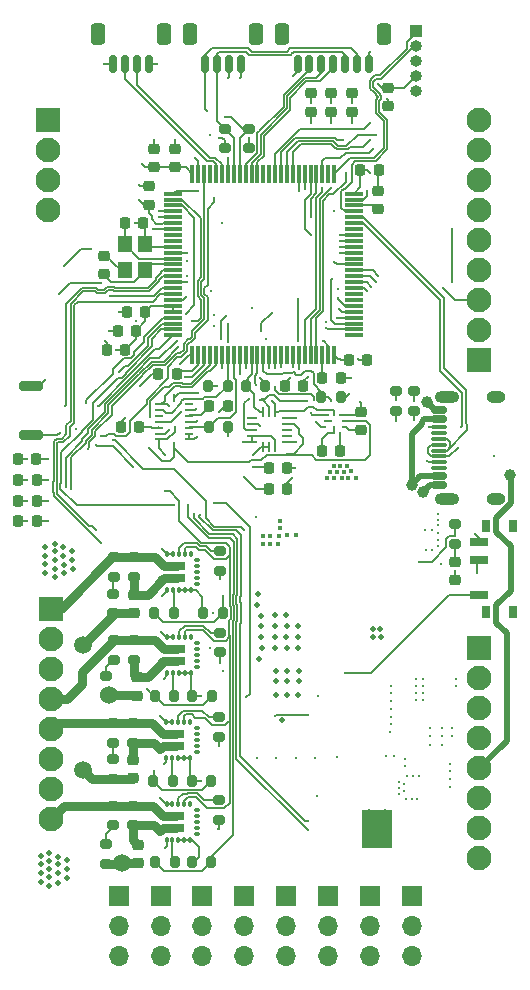
<source format=gbr>
%TF.GenerationSoftware,KiCad,Pcbnew,9.0.0*%
%TF.CreationDate,2025-04-29T15:48:10-04:00*%
%TF.ProjectId,Aurora Orbiton Edition,4175726f-7261-4204-9f72-6269746f6e20,rev?*%
%TF.SameCoordinates,Original*%
%TF.FileFunction,Copper,L1,Top*%
%TF.FilePolarity,Positive*%
%FSLAX46Y46*%
G04 Gerber Fmt 4.6, Leading zero omitted, Abs format (unit mm)*
G04 Created by KiCad (PCBNEW 9.0.0) date 2025-04-29 15:48:10*
%MOMM*%
%LPD*%
G01*
G04 APERTURE LIST*
G04 Aperture macros list*
%AMRoundRect*
0 Rectangle with rounded corners*
0 $1 Rounding radius*
0 $2 $3 $4 $5 $6 $7 $8 $9 X,Y pos of 4 corners*
0 Add a 4 corners polygon primitive as box body*
4,1,4,$2,$3,$4,$5,$6,$7,$8,$9,$2,$3,0*
0 Add four circle primitives for the rounded corners*
1,1,$1+$1,$2,$3*
1,1,$1+$1,$4,$5*
1,1,$1+$1,$6,$7*
1,1,$1+$1,$8,$9*
0 Add four rect primitives between the rounded corners*
20,1,$1+$1,$2,$3,$4,$5,0*
20,1,$1+$1,$4,$5,$6,$7,0*
20,1,$1+$1,$6,$7,$8,$9,0*
20,1,$1+$1,$8,$9,$2,$3,0*%
G04 Aperture macros list end*
%TA.AperFunction,SMDPad,CuDef*%
%ADD10RoundRect,0.225000X-0.250000X0.225000X-0.250000X-0.225000X0.250000X-0.225000X0.250000X0.225000X0*%
%TD*%
%TA.AperFunction,ComponentPad*%
%ADD11RoundRect,0.250001X-0.799999X0.799999X-0.799999X-0.799999X0.799999X-0.799999X0.799999X0.799999X0*%
%TD*%
%TA.AperFunction,ComponentPad*%
%ADD12C,2.100000*%
%TD*%
%TA.AperFunction,SMDPad,CuDef*%
%ADD13RoundRect,0.200000X-0.275000X0.200000X-0.275000X-0.200000X0.275000X-0.200000X0.275000X0.200000X0*%
%TD*%
%TA.AperFunction,SMDPad,CuDef*%
%ADD14RoundRect,0.200000X0.275000X-0.200000X0.275000X0.200000X-0.275000X0.200000X-0.275000X-0.200000X0*%
%TD*%
%TA.AperFunction,SMDPad,CuDef*%
%ADD15RoundRect,0.200000X-0.800000X0.200000X-0.800000X-0.200000X0.800000X-0.200000X0.800000X0.200000X0*%
%TD*%
%TA.AperFunction,SMDPad,CuDef*%
%ADD16R,1.200000X1.400000*%
%TD*%
%TA.AperFunction,SMDPad,CuDef*%
%ADD17RoundRect,0.225000X-0.225000X-0.250000X0.225000X-0.250000X0.225000X0.250000X-0.225000X0.250000X0*%
%TD*%
%TA.AperFunction,ComponentPad*%
%ADD18R,1.700000X1.700000*%
%TD*%
%TA.AperFunction,ComponentPad*%
%ADD19O,1.700000X1.700000*%
%TD*%
%TA.AperFunction,SMDPad,CuDef*%
%ADD20RoundRect,0.200000X-0.200000X-0.275000X0.200000X-0.275000X0.200000X0.275000X-0.200000X0.275000X0*%
%TD*%
%TA.AperFunction,SMDPad,CuDef*%
%ADD21RoundRect,0.225000X0.225000X0.250000X-0.225000X0.250000X-0.225000X-0.250000X0.225000X-0.250000X0*%
%TD*%
%TA.AperFunction,ComponentPad*%
%ADD22RoundRect,0.250001X0.799999X-0.799999X0.799999X0.799999X-0.799999X0.799999X-0.799999X-0.799999X0*%
%TD*%
%TA.AperFunction,SMDPad,CuDef*%
%ADD23RoundRect,0.200000X0.200000X0.275000X-0.200000X0.275000X-0.200000X-0.275000X0.200000X-0.275000X0*%
%TD*%
%TA.AperFunction,SMDPad,CuDef*%
%ADD24RoundRect,0.225000X0.250000X-0.225000X0.250000X0.225000X-0.250000X0.225000X-0.250000X-0.225000X0*%
%TD*%
%TA.AperFunction,SMDPad,CuDef*%
%ADD25RoundRect,0.218750X-0.218750X-0.256250X0.218750X-0.256250X0.218750X0.256250X-0.218750X0.256250X0*%
%TD*%
%TA.AperFunction,SMDPad,CuDef*%
%ADD26RoundRect,0.150000X-0.150000X-0.625000X0.150000X-0.625000X0.150000X0.625000X-0.150000X0.625000X0*%
%TD*%
%TA.AperFunction,SMDPad,CuDef*%
%ADD27RoundRect,0.250000X-0.350000X-0.650000X0.350000X-0.650000X0.350000X0.650000X-0.350000X0.650000X0*%
%TD*%
%TA.AperFunction,ComponentPad*%
%ADD28R,1.000000X1.000000*%
%TD*%
%TA.AperFunction,ComponentPad*%
%ADD29O,1.000000X1.000000*%
%TD*%
%TA.AperFunction,SMDPad,CuDef*%
%ADD30RoundRect,0.218750X-0.256250X0.218750X-0.256250X-0.218750X0.256250X-0.218750X0.256250X0.218750X0*%
%TD*%
%TA.AperFunction,SMDPad,CuDef*%
%ADD31O,0.300000X0.650000*%
%TD*%
%TA.AperFunction,SMDPad,CuDef*%
%ADD32O,0.650000X0.300000*%
%TD*%
%TA.AperFunction,SMDPad,CuDef*%
%ADD33R,1.350000X0.800000*%
%TD*%
%TA.AperFunction,SMDPad,CuDef*%
%ADD34RoundRect,0.075000X-0.725000X-0.075000X0.725000X-0.075000X0.725000X0.075000X-0.725000X0.075000X0*%
%TD*%
%TA.AperFunction,SMDPad,CuDef*%
%ADD35RoundRect,0.075000X-0.075000X-0.725000X0.075000X-0.725000X0.075000X0.725000X-0.075000X0.725000X0*%
%TD*%
%TA.AperFunction,SMDPad,CuDef*%
%ADD36RoundRect,0.150000X0.500000X-0.150000X0.500000X0.150000X-0.500000X0.150000X-0.500000X-0.150000X0*%
%TD*%
%TA.AperFunction,SMDPad,CuDef*%
%ADD37RoundRect,0.075000X0.575000X-0.075000X0.575000X0.075000X-0.575000X0.075000X-0.575000X-0.075000X0*%
%TD*%
%TA.AperFunction,HeatsinkPad*%
%ADD38O,2.100000X1.000000*%
%TD*%
%TA.AperFunction,HeatsinkPad*%
%ADD39O,1.600000X1.000000*%
%TD*%
%TA.AperFunction,SMDPad,CuDef*%
%ADD40R,0.800000X1.000000*%
%TD*%
%TA.AperFunction,SMDPad,CuDef*%
%ADD41R,1.500000X0.700000*%
%TD*%
%TA.AperFunction,SMDPad,CuDef*%
%ADD42R,0.830000X0.270000*%
%TD*%
%TA.AperFunction,SMDPad,CuDef*%
%ADD43R,0.270000X0.830000*%
%TD*%
%TA.AperFunction,SMDPad,CuDef*%
%ADD44R,0.675000X0.250000*%
%TD*%
%TA.AperFunction,SMDPad,CuDef*%
%ADD45R,0.250000X0.675000*%
%TD*%
%TA.AperFunction,SMDPad,CuDef*%
%ADD46R,0.275000X0.250000*%
%TD*%
%TA.AperFunction,SMDPad,CuDef*%
%ADD47R,0.250000X0.275000*%
%TD*%
%TA.AperFunction,SMDPad,CuDef*%
%ADD48RoundRect,0.218750X0.256250X-0.218750X0.256250X0.218750X-0.256250X0.218750X-0.256250X-0.218750X0*%
%TD*%
%TA.AperFunction,ComponentPad*%
%ADD49C,0.630000*%
%TD*%
%TA.AperFunction,SMDPad,CuDef*%
%ADD50R,2.600000X3.300000*%
%TD*%
%TA.AperFunction,ViaPad*%
%ADD51C,0.400000*%
%TD*%
%TA.AperFunction,ViaPad*%
%ADD52C,0.300000*%
%TD*%
%TA.AperFunction,ViaPad*%
%ADD53C,1.000000*%
%TD*%
%TA.AperFunction,ViaPad*%
%ADD54C,0.500000*%
%TD*%
%TA.AperFunction,ViaPad*%
%ADD55C,1.500000*%
%TD*%
%TA.AperFunction,Conductor*%
%ADD56C,0.150000*%
%TD*%
%TA.AperFunction,Conductor*%
%ADD57C,0.500000*%
%TD*%
%TA.AperFunction,Conductor*%
%ADD58C,0.200000*%
%TD*%
%TA.AperFunction,Conductor*%
%ADD59C,0.750000*%
%TD*%
G04 APERTURE END LIST*
D10*
%TO.P,C45,1*%
%TO.N,+3.3V*%
X157540460Y-55064012D03*
%TO.P,C45,2*%
%TO.N,GND*%
X157540460Y-56614012D03*
%TD*%
D11*
%TO.P,J10,1,Pin_1*%
%TO.N,/PYRO1_V*%
X129050000Y-99130000D03*
D12*
%TO.P,J10,2,Pin_2*%
%TO.N,Net-(J10-Pin_2)*%
X129050000Y-101670000D03*
%TO.P,J10,3,Pin_3*%
X129050000Y-104210000D03*
%TO.P,J10,4,Pin_4*%
%TO.N,/PYRO2_V*%
X129050000Y-106750000D03*
%TO.P,J10,5,Pin_5*%
%TO.N,/PYRO3_V*%
X129050000Y-109290000D03*
%TO.P,J10,6,Pin_6*%
%TO.N,Net-(J10-Pin_6)*%
X129050000Y-111830000D03*
%TO.P,J10,7,Pin_7*%
X129050000Y-114370000D03*
%TO.P,J10,8,Pin_8*%
%TO.N,/PYRO4_V*%
X129050000Y-116910000D03*
%TD*%
D13*
%TO.P,R42,1*%
%TO.N,/PYRO3_V*%
X134250000Y-108825000D03*
%TO.P,R42,2*%
%TO.N,/PY3_CONT*%
X134250000Y-110475000D03*
%TD*%
D14*
%TO.P,R39,1*%
%TO.N,+8V*%
X136000000Y-117475000D03*
%TO.P,R39,2*%
%TO.N,/PYRO4_V*%
X136000000Y-115825000D03*
%TD*%
%TO.P,R38,1*%
%TO.N,+8V*%
X136000000Y-110475000D03*
%TO.P,R38,2*%
%TO.N,/PYRO3_V*%
X136000000Y-108825000D03*
%TD*%
D15*
%TO.P,SW2,1,1*%
%TO.N,GND*%
X127288760Y-80272440D03*
%TO.P,SW2,2,2*%
%TO.N,/NRST*%
X127288760Y-84472440D03*
%TD*%
D16*
%TO.P,Y1,1,1*%
%TO.N,Net-(U3-PH1)*%
X137000000Y-70500000D03*
%TO.P,Y1,2,2*%
%TO.N,GND*%
X137000000Y-68300000D03*
%TO.P,Y1,3,3*%
%TO.N,Net-(U3-PH0)*%
X135250000Y-68300000D03*
%TO.P,Y1,4,4*%
%TO.N,GND*%
X135250000Y-70500000D03*
%TD*%
D10*
%TO.P,C23,1*%
%TO.N,GND*%
X156750000Y-63750000D03*
%TO.P,C23,2*%
%TO.N,Net-(C23-Pad2)*%
X156750000Y-65300000D03*
%TD*%
D17*
%TO.P,C22,1*%
%TO.N,Net-(C22-Pad1)*%
X151994920Y-79652368D03*
%TO.P,C22,2*%
%TO.N,GND*%
X153544920Y-79652368D03*
%TD*%
D13*
%TO.P,R47,1*%
%TO.N,Net-(U11-ISEN)*%
X143250000Y-108349992D03*
%TO.P,R47,2*%
%TO.N,GND*%
X143250000Y-109999992D03*
%TD*%
D18*
%TO.P,M7,1,PWM*%
%TO.N,/PWM7*%
X156050000Y-123500000D03*
D19*
%TO.P,M7,2,+*%
%TO.N,+8V*%
X156050000Y-126040000D03*
%TO.P,M7,3,-*%
%TO.N,GND*%
X156050000Y-128580000D03*
%TD*%
D20*
%TO.P,R45,1*%
%TO.N,/PY4_EN*%
X137856851Y-120626004D03*
%TO.P,R45,2*%
%TO.N,Net-(U12-EN)*%
X139506851Y-120626004D03*
%TD*%
D13*
%TO.P,R53,1*%
%TO.N,/PY3_CONT*%
X134250000Y-111899992D03*
%TO.P,R53,2*%
%TO.N,GND*%
X134250000Y-113549992D03*
%TD*%
D17*
%TO.P,C18,1*%
%TO.N,+3.3V*%
X148800000Y-80250000D03*
%TO.P,C18,2*%
%TO.N,GND*%
X150350000Y-80250000D03*
%TD*%
D10*
%TO.P,C48,1*%
%TO.N,+8V*%
X136000000Y-111949992D03*
%TO.P,C48,2*%
%TO.N,GND*%
X136000000Y-113499992D03*
%TD*%
D17*
%TO.P,C32,1*%
%TO.N,+3.3V*%
X154261390Y-78075753D03*
%TO.P,C32,2*%
%TO.N,GND*%
X155811390Y-78075753D03*
%TD*%
D21*
%TO.P,C29,1*%
%TO.N,+3.3V*%
X139653275Y-79250000D03*
%TO.P,C29,2*%
%TO.N,GND*%
X138103275Y-79250000D03*
%TD*%
D22*
%TO.P,J8,1,Pin_1*%
%TO.N,/BREAK_SCK*%
X165250000Y-78070000D03*
D12*
%TO.P,J8,2,Pin_2*%
%TO.N,/BREAK_MISO*%
X165250000Y-75530000D03*
%TO.P,J8,3,Pin_3*%
%TO.N,/BREAK_MOSI*%
X165250000Y-72990000D03*
%TO.P,J8,4,Pin_4*%
%TO.N,/CS_BREAK1*%
X165250000Y-70450000D03*
%TO.P,J8,5,Pin_5*%
%TO.N,/CS_BREAK2*%
X165250000Y-67910000D03*
%TO.P,J8,6,Pin_6*%
%TO.N,/CS_BREAK3*%
X165250000Y-65370000D03*
%TO.P,J8,7,Pin_7*%
%TO.N,/INT_BREAK1*%
X165250000Y-62830000D03*
%TO.P,J8,8,Pin_8*%
%TO.N,/INT_BREAK2*%
X165250000Y-60290000D03*
%TO.P,J8,9,Pin_9*%
%TO.N,/INT_BREAK3*%
X165250000Y-57750000D03*
%TD*%
D21*
%TO.P,C27,1*%
%TO.N,+3.3V*%
X136500000Y-83750000D03*
%TO.P,C27,2*%
%TO.N,GND*%
X134950000Y-83750000D03*
%TD*%
D14*
%TO.P,R3,1*%
%TO.N,Net-(J2-CC1)*%
X158200000Y-82375000D03*
%TO.P,R3,2*%
%TO.N,GND*%
X158200000Y-80725000D03*
%TD*%
D18*
%TO.P,M2,1,PWM*%
%TO.N,/PWM2*%
X138300000Y-123500000D03*
D19*
%TO.P,M2,2,+*%
%TO.N,+8V*%
X138300000Y-126040000D03*
%TO.P,M2,3,-*%
%TO.N,GND*%
X138300000Y-128580000D03*
%TD*%
D13*
%TO.P,R43,1*%
%TO.N,/PYRO4_V*%
X134250000Y-115825000D03*
%TO.P,R43,2*%
%TO.N,/PY4_CONT*%
X134250000Y-117475000D03*
%TD*%
D18*
%TO.P,M4,1,PWM*%
%TO.N,/PWM4*%
X145400000Y-123500000D03*
D19*
%TO.P,M4,2,+*%
%TO.N,+8V*%
X145400000Y-126040000D03*
%TO.P,M4,3,-*%
%TO.N,GND*%
X145400000Y-128580000D03*
%TD*%
D18*
%TO.P,M5,1,PWM*%
%TO.N,/PWM5*%
X148950000Y-123500000D03*
D19*
%TO.P,M5,2,+*%
%TO.N,+8V*%
X148950000Y-126040000D03*
%TO.P,M5,3,-*%
%TO.N,GND*%
X148950000Y-128580000D03*
%TD*%
D20*
%TO.P,R15,1*%
%TO.N,+3.3V*%
X142350000Y-80250000D03*
%TO.P,R15,2*%
%TO.N,/CS_IMU_A*%
X144000000Y-80250000D03*
%TD*%
D23*
%TO.P,R14,1*%
%TO.N,+3.3V*%
X153575000Y-81250000D03*
%TO.P,R14,2*%
%TO.N,/CS_BMP*%
X151925000Y-81250000D03*
%TD*%
D24*
%TO.P,C36,1*%
%TO.N,+3.3V*%
X139500000Y-61775000D03*
%TO.P,C36,2*%
%TO.N,GND*%
X139500000Y-60225000D03*
%TD*%
D21*
%TO.P,C3,1*%
%TO.N,GND*%
X136799884Y-66502317D03*
%TO.P,C3,2*%
%TO.N,Net-(U3-PH0)*%
X135249884Y-66502317D03*
%TD*%
D11*
%TO.P,J4,1,Pin_1*%
%TO.N,/GPIO1*%
X128750000Y-57750000D03*
D12*
%TO.P,J4,2,Pin_2*%
%TO.N,/GPIO2*%
X128750000Y-60290000D03*
%TO.P,J4,3,Pin_3*%
%TO.N,/GPIO3*%
X128750000Y-62830000D03*
%TO.P,J4,4,Pin_4*%
%TO.N,/GPIO4*%
X128750000Y-65370000D03*
%TD*%
D25*
%TO.P,D5,1,K*%
%TO.N,GND*%
X126212500Y-86500000D03*
%TO.P,D5,2,A*%
%TO.N,Net-(D5-A)*%
X127787500Y-86500000D03*
%TD*%
D23*
%TO.P,R32,1*%
%TO.N,/PY2_EN*%
X142650000Y-106524992D03*
%TO.P,R32,2*%
%TO.N,GND*%
X141000000Y-106524992D03*
%TD*%
%TO.P,R49,1*%
%TO.N,/PY3_EN*%
X142575000Y-113749992D03*
%TO.P,R49,2*%
%TO.N,GND*%
X140925000Y-113749992D03*
%TD*%
D18*
%TO.P,M6,1,PWM*%
%TO.N,/PWM6*%
X152500000Y-123500000D03*
D19*
%TO.P,M6,2,+*%
%TO.N,+8V*%
X152500000Y-126040000D03*
%TO.P,M6,3,-*%
%TO.N,GND*%
X152500000Y-128580000D03*
%TD*%
D26*
%TO.P,J1,1,Pin_1*%
%TO.N,GND*%
X134300000Y-53025000D03*
%TO.P,J1,2,Pin_2*%
%TO.N,/RADIO_TX*%
X135300000Y-53025000D03*
%TO.P,J1,3,Pin_3*%
%TO.N,/RADIO_RX*%
X136300000Y-53025000D03*
%TO.P,J1,4,Pin_4*%
%TO.N,+3.3V*%
X137300000Y-53025000D03*
D27*
%TO.P,J1,MP*%
%TO.N,N/C*%
X133000000Y-50500000D03*
X138600000Y-50500000D03*
%TD*%
D26*
%TO.P,J6,1,Pin_1*%
%TO.N,/GPS_SCL*%
X142100000Y-53025000D03*
%TO.P,J6,2,Pin_2*%
%TO.N,/GPS_SDA*%
X143100000Y-53025000D03*
%TO.P,J6,3,Pin_3*%
%TO.N,+3.3V*%
X144100000Y-53025000D03*
%TO.P,J6,4,Pin_4*%
%TO.N,GND*%
X145100000Y-53025000D03*
D27*
%TO.P,J6,MP*%
%TO.N,N/C*%
X140800000Y-50500000D03*
X146400000Y-50500000D03*
%TD*%
D28*
%TO.P,J9,1,Pin_1*%
%TO.N,/SWCLK*%
X159919076Y-50244481D03*
D29*
%TO.P,J9,2,Pin_2*%
%TO.N,/SWDIO*%
X159919076Y-51514481D03*
%TO.P,J9,3,Pin_3*%
%TO.N,GND*%
X159919076Y-52784481D03*
%TO.P,J9,4,Pin_4*%
%TO.N,+3.3V*%
X159919076Y-54054481D03*
%TO.P,J9,5,Pin_5*%
%TO.N,/BOOT0*%
X159919076Y-55324481D03*
%TD*%
D30*
%TO.P,D10,1,K*%
%TO.N,GND*%
X152750000Y-55500000D03*
%TO.P,D10,2,A*%
%TO.N,Net-(D10-A)*%
X152750000Y-57075000D03*
%TD*%
D13*
%TO.P,R24,1*%
%TO.N,/PYRO2_V*%
X134325000Y-101800000D03*
%TO.P,R24,2*%
%TO.N,/PY2_CONT*%
X134325000Y-103450000D03*
%TD*%
D23*
%TO.P,R31,1*%
%TO.N,/PY1_EN*%
X143575000Y-99499992D03*
%TO.P,R31,2*%
%TO.N,GND*%
X141925000Y-99499992D03*
%TD*%
D24*
%TO.P,C31,1*%
%TO.N,+3.3V*%
X137750000Y-61775000D03*
%TO.P,C31,2*%
%TO.N,GND*%
X137750000Y-60225000D03*
%TD*%
D13*
%TO.P,R4,1*%
%TO.N,VBUS*%
X163200000Y-92000000D03*
%TO.P,R4,2*%
%TO.N,Net-(D2-A)*%
X163200000Y-93650000D03*
%TD*%
D31*
%TO.P,U12,1,GND*%
%TO.N,GND*%
X138809447Y-118761568D03*
%TO.P,U12,2,EN*%
%TO.N,Net-(U12-EN)*%
X139309447Y-118761568D03*
%TO.P,U12,3,FRS*%
%TO.N,GND*%
X139809447Y-118761568D03*
%TO.P,U12,4,DIR*%
X140309447Y-118761568D03*
%TO.P,U12,5,DSC*%
X140809447Y-118761568D03*
D32*
%TO.P,U12,6,NC*%
%TO.N,unconnected-(U12-NC-Pad6)*%
X141359447Y-118211568D03*
%TO.P,U12,7,NC*%
%TO.N,unconnected-(U12-NC-Pad7)*%
X141359447Y-117711568D03*
%TO.P,U12,8,NC*%
%TO.N,unconnected-(U12-NC-Pad8)*%
X141359447Y-117211568D03*
%TO.P,U12,9,NC*%
%TO.N,unconnected-(U12-NC-Pad9)*%
X141359447Y-116711568D03*
%TO.P,U12,10,NC*%
%TO.N,unconnected-(U12-NC-Pad10)*%
X141359447Y-116211568D03*
D31*
%TO.P,U12,11,~{FAULT}*%
%TO.N,unconnected-(U12-~{FAULT}-Pad11)*%
X140809447Y-115661568D03*
%TO.P,U12,12,LATCH*%
%TO.N,+3.3V*%
X140309447Y-115661568D03*
%TO.P,U12,13,ISEN*%
%TO.N,Net-(U12-ISEN)*%
X139809447Y-115661568D03*
%TO.P,U12,14,VOV*%
%TO.N,GND*%
X139309447Y-115661568D03*
%TO.P,U12,15,GND*%
X138809447Y-115661568D03*
D32*
%TO.P,U12,16,VOUT*%
%TO.N,/PYRO4_V*%
X138259447Y-116211568D03*
%TO.P,U12,17,VOUT*%
X138259447Y-116711568D03*
%TO.P,U12,19,VIN*%
%TO.N,+8V*%
X138259447Y-117711568D03*
%TO.P,U12,20,VOUT*%
X138259447Y-118211568D03*
D33*
%TO.P,U12,21,VOUT*%
%TO.N,/PYRO4_V*%
X139639447Y-116711568D03*
%TO.P,U12,22,VIN*%
%TO.N,+8V*%
X139639447Y-117711568D03*
%TD*%
D13*
%TO.P,R48,1*%
%TO.N,Net-(U12-ISEN)*%
X143210812Y-115362264D03*
%TO.P,R48,2*%
%TO.N,GND*%
X143210812Y-117012264D03*
%TD*%
D25*
%TO.P,D6,1,K*%
%TO.N,GND*%
X126250000Y-88250000D03*
%TO.P,D6,2,A*%
%TO.N,Net-(D6-A)*%
X127825000Y-88250000D03*
%TD*%
D10*
%TO.P,C5,1*%
%TO.N,GND*%
X133500000Y-69275000D03*
%TO.P,C5,2*%
%TO.N,Net-(U3-PH1)*%
X133500000Y-70825000D03*
%TD*%
D34*
%TO.P,U3,1,PE2*%
%TO.N,/PY2_LED*%
X139325000Y-64000000D03*
%TO.P,U3,2,PE3*%
%TO.N,/PY3_LED*%
X139325000Y-64500000D03*
%TO.P,U3,3,PE4*%
%TO.N,/PY4_LED*%
X139325000Y-65000000D03*
%TO.P,U3,4,PE5*%
%TO.N,/DC_IN2*%
X139325000Y-65500000D03*
%TO.P,U3,5,PE6*%
%TO.N,/DC_IN1*%
X139325000Y-66000000D03*
%TO.P,U3,6,VBAT*%
%TO.N,+3.3V*%
X139325000Y-66500000D03*
%TO.P,U3,7,PC13*%
%TO.N,/PY1_EN*%
X139325000Y-67000000D03*
%TO.P,U3,8,PC14*%
%TO.N,unconnected-(U3-PC14-Pad8)*%
X139325000Y-67500000D03*
%TO.P,U3,9,PC15*%
%TO.N,unconnected-(U3-PC15-Pad9)*%
X139325000Y-68000000D03*
%TO.P,U3,10,VSS*%
%TO.N,GND*%
X139325000Y-68500000D03*
%TO.P,U3,11,VDD*%
%TO.N,+3.3V*%
X139325000Y-69000000D03*
%TO.P,U3,12,PH0*%
%TO.N,Net-(U3-PH0)*%
X139325000Y-69500000D03*
%TO.P,U3,13,PH1*%
%TO.N,Net-(U3-PH1)*%
X139325000Y-70000000D03*
%TO.P,U3,14,NRST*%
%TO.N,/NRST*%
X139325000Y-70500000D03*
%TO.P,U3,15,PC0*%
%TO.N,/PY1_CONT*%
X139325000Y-71000000D03*
%TO.P,U3,16,PC1*%
%TO.N,/VBAT_MEASURED*%
X139325000Y-71500000D03*
%TO.P,U3,17,PC2_C*%
%TO.N,/PY2_EN*%
X139325000Y-72000000D03*
%TO.P,U3,18,PC3_C*%
%TO.N,/PY2_CONT*%
X139325000Y-72500000D03*
%TO.P,U3,19,VSSA*%
%TO.N,GND*%
X139325000Y-73000000D03*
%TO.P,U3,20,VREF+*%
%TO.N,+3.3V*%
X139325000Y-73500000D03*
%TO.P,U3,21,VDDA*%
X139325000Y-74000000D03*
%TO.P,U3,22,PA0*%
%TO.N,/PY3_CONT*%
X139325000Y-74500000D03*
%TO.P,U3,23,PA1*%
%TO.N,/PY3_EN*%
X139325000Y-75000000D03*
%TO.P,U3,24,PA2*%
%TO.N,/PY4_EN*%
X139325000Y-75500000D03*
%TO.P,U3,25,PA3*%
%TO.N,/PY4_CONT*%
X139325000Y-76000000D03*
D35*
%TO.P,U3,26,VSS*%
%TO.N,GND*%
X141000000Y-77675000D03*
%TO.P,U3,27,VDD*%
%TO.N,+3.3V*%
X141500000Y-77675000D03*
%TO.P,U3,28,PA4*%
%TO.N,/LOAD*%
X142000000Y-77675000D03*
%TO.P,U3,29,PA5*%
%TO.N,/SENS_SCK*%
X142500000Y-77675000D03*
%TO.P,U3,30,PA6*%
%TO.N,/SENS_MISO*%
X143000000Y-77675000D03*
%TO.P,U3,31,PA7*%
%TO.N,/SENS_MOSI*%
X143500000Y-77675000D03*
%TO.P,U3,32,PC4*%
%TO.N,/CS_IMU_A*%
X144000000Y-77675000D03*
%TO.P,U3,33,PC5*%
%TO.N,/CS_IMU_G*%
X144500000Y-77675000D03*
%TO.P,U3,34,PB0*%
%TO.N,/INT_IMU_A*%
X145000000Y-77675000D03*
%TO.P,U3,35,PB1*%
%TO.N,/INT_IMU_G*%
X145500000Y-77675000D03*
%TO.P,U3,36,PB2*%
%TO.N,/CS_HIG*%
X146000000Y-77675000D03*
%TO.P,U3,37,PE7*%
%TO.N,/INT_HIG*%
X146500000Y-77675000D03*
%TO.P,U3,38,PE8*%
%TO.N,/CS_BMP*%
X147000000Y-77675000D03*
%TO.P,U3,39,PE9*%
%TO.N,/PWM1*%
X147500000Y-77675000D03*
%TO.P,U3,40,PE10*%
%TO.N,/INT_BMP*%
X148000000Y-77675000D03*
%TO.P,U3,41,PE11*%
%TO.N,/PWM2*%
X148500000Y-77675000D03*
%TO.P,U3,42,PE12*%
%TO.N,unconnected-(U3-PE12-Pad42)*%
X149000000Y-77675000D03*
%TO.P,U3,43,PE13*%
%TO.N,/PWM3*%
X149500000Y-77675000D03*
%TO.P,U3,44,PE14*%
%TO.N,/PWM4*%
X150000000Y-77675000D03*
%TO.P,U3,45,PE15*%
%TO.N,/LED_R*%
X150500000Y-77675000D03*
%TO.P,U3,46,PB10*%
%TO.N,/LED_G*%
X151000000Y-77675000D03*
%TO.P,U3,47,PB11*%
%TO.N,/LED_B*%
X151500000Y-77675000D03*
%TO.P,U3,48,VCAP*%
%TO.N,Net-(C22-Pad1)*%
X152000000Y-77675000D03*
%TO.P,U3,49,VSS*%
%TO.N,GND*%
X152500000Y-77675000D03*
%TO.P,U3,50,VDD*%
%TO.N,+3.3V*%
X153000000Y-77675000D03*
D34*
%TO.P,U3,51,PB12*%
%TO.N,unconnected-(U3-PB12-Pad51)*%
X154675000Y-76000000D03*
%TO.P,U3,52,PB13*%
%TO.N,/DATA_SCK*%
X154675000Y-75500000D03*
%TO.P,U3,53,PB14*%
%TO.N,/DATA_MISO*%
X154675000Y-75000000D03*
%TO.P,U3,54,PB15*%
%TO.N,/DATA_MOSI*%
X154675000Y-74500000D03*
%TO.P,U3,55,PD8*%
%TO.N,/CS_FLASH*%
X154675000Y-74000000D03*
%TO.P,U3,56,PD9*%
%TO.N,/CS_SD*%
X154675000Y-73500000D03*
%TO.P,U3,57,PD10*%
%TO.N,unconnected-(U3-PD10-Pad57)*%
X154675000Y-73000000D03*
%TO.P,U3,58,PD11*%
%TO.N,unconnected-(U3-PD11-Pad58)*%
X154675000Y-72500000D03*
%TO.P,U3,59,PD12*%
%TO.N,/PWM5*%
X154675000Y-72000000D03*
%TO.P,U3,60,PD13*%
%TO.N,/PWM6*%
X154675000Y-71500000D03*
%TO.P,U3,61,PD14*%
%TO.N,/PWM7*%
X154675000Y-71000000D03*
%TO.P,U3,62,PD15*%
%TO.N,/PWM8*%
X154675000Y-70500000D03*
%TO.P,U3,63,PC6*%
%TO.N,/BUZZER*%
X154675000Y-70000000D03*
%TO.P,U3,64,PC7*%
%TO.N,unconnected-(U3-PC7-Pad64)*%
X154675000Y-69500000D03*
%TO.P,U3,65,PC8*%
%TO.N,/GPIO4*%
X154675000Y-69000000D03*
%TO.P,U3,66,PC9*%
%TO.N,/GPIO3*%
X154675000Y-68500000D03*
%TO.P,U3,67,PA8*%
%TO.N,/GPIO2*%
X154675000Y-68000000D03*
%TO.P,U3,68,PA9*%
%TO.N,/GPIO1*%
X154675000Y-67500000D03*
%TO.P,U3,69,PA10*%
%TO.N,unconnected-(U3-PA10-Pad69)*%
X154675000Y-67000000D03*
%TO.P,U3,70,PA11*%
%TO.N,/USB_M*%
X154675000Y-66500000D03*
%TO.P,U3,71,PA12*%
%TO.N,/USB_P*%
X154675000Y-66000000D03*
%TO.P,U3,72,PA13*%
%TO.N,/SWDIO*%
X154675000Y-65500000D03*
%TO.P,U3,73,VCAP*%
%TO.N,Net-(C23-Pad2)*%
X154675000Y-65000000D03*
%TO.P,U3,74,VSS*%
%TO.N,GND*%
X154675000Y-64500000D03*
%TO.P,U3,75,VDD*%
%TO.N,+3.3V*%
X154675000Y-64000000D03*
D35*
%TO.P,U3,76,PA14*%
%TO.N,/SWCLK*%
X153000000Y-62325000D03*
%TO.P,U3,77,PA15*%
%TO.N,unconnected-(U3-PA15-Pad77)*%
X152500000Y-62325000D03*
%TO.P,U3,78,PC10*%
%TO.N,/BREAK_SCK*%
X152000000Y-62325000D03*
%TO.P,U3,79,PC11*%
%TO.N,/BREAK_MISO*%
X151500000Y-62325000D03*
%TO.P,U3,80,PC12*%
%TO.N,/BREAK_MOSI*%
X151000000Y-62325000D03*
%TO.P,U3,81,PD0*%
%TO.N,/CS_BREAK2*%
X150500000Y-62325000D03*
%TO.P,U3,82,PD1*%
%TO.N,/CS_BREAK1*%
X150000000Y-62325000D03*
%TO.P,U3,83,PD2*%
%TO.N,/CS_BREAK3*%
X149500000Y-62325000D03*
%TO.P,U3,84,PD3*%
%TO.N,/INT_BREAK1*%
X149000000Y-62325000D03*
%TO.P,U3,85,PD4*%
%TO.N,/INT_BREAK2*%
X148500000Y-62325000D03*
%TO.P,U3,86,PD5*%
%TO.N,/INT_BREAK3*%
X148000000Y-62325000D03*
%TO.P,U3,87,PD6*%
%TO.N,unconnected-(U3-PD6-Pad87)*%
X147500000Y-62325000D03*
%TO.P,U3,88,PD7*%
%TO.N,unconnected-(U3-PD7-Pad88)*%
X147000000Y-62325000D03*
%TO.P,U3,89,PB3*%
%TO.N,/RTK_RX*%
X146500000Y-62325000D03*
%TO.P,U3,90,PB4*%
%TO.N,/RTK_TX*%
X146000000Y-62325000D03*
%TO.P,U3,91,PB5*%
%TO.N,/RTK_IO*%
X145500000Y-62325000D03*
%TO.P,U3,92,PB6*%
%TO.N,/GPS_SCL*%
X145000000Y-62325000D03*
%TO.P,U3,93,PB7*%
%TO.N,/GPS_SDA*%
X144500000Y-62325000D03*
%TO.P,U3,94,BOOT0*%
%TO.N,/BOOT0*%
X144000000Y-62325000D03*
%TO.P,U3,95,PB8*%
%TO.N,/RADIO_RX*%
X143500000Y-62325000D03*
%TO.P,U3,96,PB9*%
%TO.N,/RADIO_TX*%
X143000000Y-62325000D03*
%TO.P,U3,97,PE0*%
%TO.N,unconnected-(U3-PE0-Pad97)*%
X142500000Y-62325000D03*
%TO.P,U3,98,PE1*%
%TO.N,/PY1_LED*%
X142000000Y-62325000D03*
%TO.P,U3,99,VSS*%
%TO.N,GND*%
X141500000Y-62325000D03*
%TO.P,U3,100,VDD*%
%TO.N,+3.3V*%
X141000000Y-62325000D03*
%TD*%
D13*
%TO.P,R29,1*%
%TO.N,Net-(U9-ISEN)*%
X143325000Y-94274992D03*
%TO.P,R29,2*%
%TO.N,GND*%
X143325000Y-95924992D03*
%TD*%
D18*
%TO.P,M3,1,PWM*%
%TO.N,/PWM3*%
X141850000Y-123500000D03*
D19*
%TO.P,M3,2,+*%
%TO.N,+8V*%
X141850000Y-126040000D03*
%TO.P,M3,3,-*%
%TO.N,GND*%
X141850000Y-128580000D03*
%TD*%
D13*
%TO.P,R35,1*%
%TO.N,/PY2_CONT*%
X133650000Y-104825000D03*
%TO.P,R35,2*%
%TO.N,GND*%
X133650000Y-106475000D03*
%TD*%
D10*
%TO.P,C41,1*%
%TO.N,+8V*%
X136300000Y-104949992D03*
%TO.P,C41,2*%
%TO.N,GND*%
X136300000Y-106499992D03*
%TD*%
D21*
%TO.P,C34,1*%
%TO.N,+3.3V*%
X135325000Y-77200000D03*
%TO.P,C34,2*%
%TO.N,GND*%
X133775000Y-77200000D03*
%TD*%
D31*
%TO.P,U11,1,GND*%
%TO.N,GND*%
X138800000Y-111799992D03*
%TO.P,U11,2,EN*%
%TO.N,Net-(U11-EN)*%
X139300000Y-111799992D03*
%TO.P,U11,3,FRS*%
%TO.N,GND*%
X139800000Y-111799992D03*
%TO.P,U11,4,DIR*%
X140300000Y-111799992D03*
%TO.P,U11,5,DSC*%
X140800000Y-111799992D03*
D32*
%TO.P,U11,6,NC*%
%TO.N,unconnected-(U11-NC-Pad6)*%
X141350000Y-111249992D03*
%TO.P,U11,7,NC*%
%TO.N,unconnected-(U11-NC-Pad7)*%
X141350000Y-110749992D03*
%TO.P,U11,8,NC*%
%TO.N,unconnected-(U11-NC-Pad8)*%
X141350000Y-110249992D03*
%TO.P,U11,9,NC*%
%TO.N,unconnected-(U11-NC-Pad9)*%
X141350000Y-109749992D03*
%TO.P,U11,10,NC*%
%TO.N,unconnected-(U11-NC-Pad10)*%
X141350000Y-109249992D03*
D31*
%TO.P,U11,11,~{FAULT}*%
%TO.N,unconnected-(U11-~{FAULT}-Pad11)*%
X140800000Y-108699992D03*
%TO.P,U11,12,LATCH*%
%TO.N,+3.3V*%
X140300000Y-108699992D03*
%TO.P,U11,13,ISEN*%
%TO.N,Net-(U11-ISEN)*%
X139800000Y-108699992D03*
%TO.P,U11,14,VOV*%
%TO.N,GND*%
X139300000Y-108699992D03*
%TO.P,U11,15,GND*%
X138800000Y-108699992D03*
D32*
%TO.P,U11,16,VOUT*%
%TO.N,/PYRO3_V*%
X138250000Y-109249992D03*
%TO.P,U11,17,VOUT*%
X138250000Y-109749992D03*
%TO.P,U11,19,VIN*%
%TO.N,+8V*%
X138250000Y-110749992D03*
%TO.P,U11,20,VOUT*%
X138250000Y-111249992D03*
D33*
%TO.P,U11,21,VOUT*%
%TO.N,/PYRO3_V*%
X139630000Y-109749992D03*
%TO.P,U11,22,VIN*%
%TO.N,+8V*%
X139630000Y-110749992D03*
%TD*%
D23*
%TO.P,R19,1*%
%TO.N,+3.3V*%
X144016680Y-83750000D03*
%TO.P,R19,2*%
%TO.N,/CS_IMU_G*%
X142366680Y-83750000D03*
%TD*%
D13*
%TO.P,R30,1*%
%TO.N,Net-(U10-ISEN)*%
X143325000Y-101199992D03*
%TO.P,R30,2*%
%TO.N,GND*%
X143325000Y-102849992D03*
%TD*%
D24*
%TO.P,C21,1*%
%TO.N,+3.3V*%
X155250000Y-84037500D03*
%TO.P,C21,2*%
%TO.N,GND*%
X155250000Y-82487500D03*
%TD*%
D17*
%TO.P,C24,1*%
%TO.N,+3.3V*%
X147475000Y-87250000D03*
%TO.P,C24,2*%
%TO.N,GND*%
X149025000Y-87250000D03*
%TD*%
D10*
%TO.P,C40,1*%
%TO.N,+8V*%
X136050000Y-97949992D03*
%TO.P,C40,2*%
%TO.N,GND*%
X136050000Y-99499992D03*
%TD*%
D20*
%TO.P,R28,1*%
%TO.N,/PY2_EN*%
X137825000Y-106500000D03*
%TO.P,R28,2*%
%TO.N,Net-(U10-EN)*%
X139475000Y-106500000D03*
%TD*%
D18*
%TO.P,M1,1,PWM*%
%TO.N,/PWM1*%
X134750000Y-123500000D03*
D19*
%TO.P,M1,2,+*%
%TO.N,+8V*%
X134750000Y-126040000D03*
%TO.P,M1,3,-*%
%TO.N,GND*%
X134750000Y-128580000D03*
%TD*%
D13*
%TO.P,R23,1*%
%TO.N,/PYRO1_V*%
X134325000Y-94775000D03*
%TO.P,R23,2*%
%TO.N,/PY1_CONT*%
X134325000Y-96425000D03*
%TD*%
D25*
%TO.P,D8,1,K*%
%TO.N,GND*%
X126250000Y-91750000D03*
%TO.P,D8,2,A*%
%TO.N,Net-(D8-A)*%
X127825000Y-91750000D03*
%TD*%
D10*
%TO.P,C49,1*%
%TO.N,+8V*%
X136400000Y-119125000D03*
%TO.P,C49,2*%
%TO.N,GND*%
X136400000Y-120675000D03*
%TD*%
D13*
%TO.P,R34,1*%
%TO.N,/PY1_CONT*%
X134300000Y-97875000D03*
%TO.P,R34,2*%
%TO.N,GND*%
X134300000Y-99525000D03*
%TD*%
D31*
%TO.P,U9,1,GND*%
%TO.N,GND*%
X138875000Y-97599992D03*
%TO.P,U9,2,EN*%
%TO.N,Net-(U9-EN)*%
X139375000Y-97599992D03*
%TO.P,U9,3,FRS*%
%TO.N,GND*%
X139875000Y-97599992D03*
%TO.P,U9,4,DIR*%
X140375000Y-97599992D03*
%TO.P,U9,5,DSC*%
X140875000Y-97599992D03*
D32*
%TO.P,U9,6,NC*%
%TO.N,unconnected-(U9-NC-Pad6)*%
X141425000Y-97049992D03*
%TO.P,U9,7,NC*%
%TO.N,unconnected-(U9-NC-Pad7)*%
X141425000Y-96549992D03*
%TO.P,U9,8,NC*%
%TO.N,unconnected-(U9-NC-Pad8)*%
X141425000Y-96049992D03*
%TO.P,U9,9,NC*%
%TO.N,unconnected-(U9-NC-Pad9)*%
X141425000Y-95549992D03*
%TO.P,U9,10,NC*%
%TO.N,unconnected-(U9-NC-Pad10)*%
X141425000Y-95049992D03*
D31*
%TO.P,U9,11,~{FAULT}*%
%TO.N,unconnected-(U9-~{FAULT}-Pad11)*%
X140875000Y-94499992D03*
%TO.P,U9,12,LATCH*%
%TO.N,+3.3V*%
X140375000Y-94499992D03*
%TO.P,U9,13,ISEN*%
%TO.N,Net-(U9-ISEN)*%
X139875000Y-94499992D03*
%TO.P,U9,14,VOV*%
%TO.N,GND*%
X139375000Y-94499992D03*
%TO.P,U9,15,GND*%
X138875000Y-94499992D03*
D32*
%TO.P,U9,16,VOUT*%
%TO.N,/PYRO1_V*%
X138325000Y-95049992D03*
%TO.P,U9,17,VOUT*%
X138325000Y-95549992D03*
%TO.P,U9,19,VIN*%
%TO.N,+8V*%
X138325000Y-96549992D03*
%TO.P,U9,20,VOUT*%
X138325000Y-97049992D03*
D33*
%TO.P,U9,21,VOUT*%
%TO.N,/PYRO1_V*%
X139705000Y-95549992D03*
%TO.P,U9,22,VIN*%
%TO.N,+8V*%
X139705000Y-96549992D03*
%TD*%
D21*
%TO.P,C33,1*%
%TO.N,+3.3V*%
X136250000Y-75600000D03*
%TO.P,C33,2*%
%TO.N,GND*%
X134700000Y-75600000D03*
%TD*%
D25*
%TO.P,D7,1,K*%
%TO.N,GND*%
X126250000Y-90000000D03*
%TO.P,D7,2,A*%
%TO.N,Net-(D7-A)*%
X127825000Y-90000000D03*
%TD*%
D36*
%TO.P,J2,A1,GND*%
%TO.N,GND*%
X161880000Y-88700000D03*
%TO.P,J2,A4,VBUS*%
%TO.N,VBUS*%
X161880000Y-87900000D03*
D37*
%TO.P,J2,A5,CC1*%
%TO.N,Net-(J2-CC1)*%
X161880000Y-86750000D03*
%TO.P,J2,A6,D+*%
%TO.N,/USB_P*%
X161880000Y-85750000D03*
%TO.P,J2,A7,D-*%
%TO.N,/USB_M*%
X161880000Y-85250000D03*
%TO.P,J2,A8*%
%TO.N,N/C*%
X161880000Y-84250000D03*
D36*
%TO.P,J2,A9,VBUS*%
%TO.N,VBUS*%
X161880000Y-83100000D03*
%TO.P,J2,A12,GND*%
%TO.N,GND*%
X161880000Y-82300000D03*
%TO.P,J2,B1,GND*%
X161880000Y-82300000D03*
%TO.P,J2,B4,VBUS*%
%TO.N,VBUS*%
X161880000Y-83100000D03*
D37*
%TO.P,J2,B5,CC2*%
%TO.N,Net-(J2-CC2)*%
X161880000Y-83750000D03*
%TO.P,J2,B6,D+*%
%TO.N,/USB_P*%
X161880000Y-84750000D03*
%TO.P,J2,B7,D-*%
%TO.N,/USB_M*%
X161880000Y-86250000D03*
%TO.P,J2,B8*%
%TO.N,N/C*%
X161880000Y-87250000D03*
D36*
%TO.P,J2,B9,VBUS*%
%TO.N,VBUS*%
X161880000Y-87900000D03*
%TO.P,J2,B12,GND*%
%TO.N,GND*%
X161880000Y-88700000D03*
D38*
%TO.P,J2,S1,SHIELD*%
%TO.N,Net-(J2-SHIELD)*%
X162520000Y-89820000D03*
D39*
X166700000Y-89820000D03*
D38*
X162520000Y-81180000D03*
D39*
X166700000Y-81180000D03*
%TD*%
D20*
%TO.P,R27,1*%
%TO.N,/PY1_EN*%
X137750000Y-99499992D03*
%TO.P,R27,2*%
%TO.N,Net-(U9-EN)*%
X139400000Y-99499992D03*
%TD*%
%TO.P,R44,1*%
%TO.N,/PY3_EN*%
X137675000Y-113749992D03*
%TO.P,R44,2*%
%TO.N,Net-(U11-EN)*%
X139325000Y-113749992D03*
%TD*%
D14*
%TO.P,R20,1*%
%TO.N,+8V*%
X136075000Y-96425000D03*
%TO.P,R20,2*%
%TO.N,/PYRO1_V*%
X136075000Y-94775000D03*
%TD*%
D40*
%TO.P,SW1,*%
%TO.N,*%
X165890000Y-99400000D03*
X168100000Y-99400000D03*
X165890000Y-92100000D03*
X168100000Y-92100000D03*
D41*
%TO.P,SW1,1,A*%
%TO.N,Net-(SW1-A)*%
X165240000Y-98000000D03*
%TO.P,SW1,2,B*%
%TO.N,/EN*%
X165240000Y-95000000D03*
%TO.P,SW1,3,C*%
%TO.N,GND*%
X165240000Y-93500000D03*
%TD*%
D30*
%TO.P,D11,1,K*%
%TO.N,GND*%
X154500000Y-55500000D03*
%TO.P,D11,2,A*%
%TO.N,Net-(D11-A)*%
X154500000Y-57075000D03*
%TD*%
D42*
%TO.P,U6,1,VDD_IO*%
%TO.N,+3.3V*%
X148970000Y-85000000D03*
%TO.P,U6,2*%
%TO.N,N/C*%
X148970000Y-84500000D03*
%TO.P,U6,3*%
X148970000Y-84000000D03*
%TO.P,U6,4,SCL*%
%TO.N,/SENS_SCK*%
X148970000Y-83500000D03*
%TO.P,U6,5,GND*%
%TO.N,GND*%
X148970000Y-83000000D03*
D43*
%TO.P,U6,6,SDA/SDI/SDO*%
%TO.N,/SENS_MOSI*%
X148000000Y-82530000D03*
%TO.P,U6,7,SDO/SAO*%
%TO.N,/SENS_MISO*%
X147500000Y-82530000D03*
%TO.P,U6,8,CS*%
%TO.N,/CS_HIG*%
X147000000Y-82530000D03*
D42*
%TO.P,U6,9,INT2*%
%TO.N,unconnected-(U6-INT2-Pad9)*%
X146030000Y-83000000D03*
%TO.P,U6,10,GND*%
%TO.N,GND*%
X146030000Y-83500000D03*
%TO.P,U6,11,INT1*%
%TO.N,/INT_HIG*%
X146030000Y-84000000D03*
%TO.P,U6,12,GND*%
%TO.N,GND*%
X146030000Y-84500000D03*
%TO.P,U6,13,GND*%
X146030000Y-85000000D03*
D43*
%TO.P,U6,14,VDD*%
%TO.N,+3.3V*%
X147000000Y-85470000D03*
%TO.P,U6,15,VDD*%
X147500000Y-85470000D03*
%TO.P,U6,16,GND*%
%TO.N,GND*%
X148000000Y-85470000D03*
%TD*%
D13*
%TO.P,R12,1*%
%TO.N,/GPS_SCL*%
X145750000Y-58500000D03*
%TO.P,R12,2*%
%TO.N,+3.3V*%
X145750000Y-60150000D03*
%TD*%
D24*
%TO.P,C30,1*%
%TO.N,+3.3V*%
X137362818Y-64935932D03*
%TO.P,C30,2*%
%TO.N,GND*%
X137362818Y-63385932D03*
%TD*%
D17*
%TO.P,C37,1*%
%TO.N,+3.3V*%
X155225000Y-62000000D03*
%TO.P,C37,2*%
%TO.N,GND*%
X156775000Y-62000000D03*
%TD*%
D21*
%TO.P,C35,1*%
%TO.N,+3.3V*%
X137025000Y-74000000D03*
%TO.P,C35,2*%
%TO.N,GND*%
X135475000Y-74000000D03*
%TD*%
D13*
%TO.P,R13,1*%
%TO.N,/GPS_SDA*%
X143750000Y-58500000D03*
%TO.P,R13,2*%
%TO.N,+3.3V*%
X143750000Y-60150000D03*
%TD*%
%TO.P,R54,1*%
%TO.N,/PY4_CONT*%
X133650000Y-119075000D03*
%TO.P,R54,2*%
%TO.N,GND*%
X133650000Y-120725000D03*
%TD*%
D18*
%TO.P,M8,1,PWM*%
%TO.N,/PWM8*%
X159600000Y-123500000D03*
D19*
%TO.P,M8,2,+*%
%TO.N,+8V*%
X159600000Y-126040000D03*
%TO.P,M8,3,-*%
%TO.N,GND*%
X159600000Y-128580000D03*
%TD*%
D31*
%TO.P,U10,1,GND*%
%TO.N,GND*%
X138875000Y-104624992D03*
%TO.P,U10,2,EN*%
%TO.N,Net-(U10-EN)*%
X139375000Y-104624992D03*
%TO.P,U10,3,FRS*%
%TO.N,GND*%
X139875000Y-104624992D03*
%TO.P,U10,4,DIR*%
X140375000Y-104624992D03*
%TO.P,U10,5,DSC*%
X140875000Y-104624992D03*
D32*
%TO.P,U10,6,NC*%
%TO.N,unconnected-(U10-NC-Pad6)*%
X141425000Y-104074992D03*
%TO.P,U10,7,NC*%
%TO.N,unconnected-(U10-NC-Pad7)*%
X141425000Y-103574992D03*
%TO.P,U10,8,NC*%
%TO.N,unconnected-(U10-NC-Pad8)*%
X141425000Y-103074992D03*
%TO.P,U10,9,NC*%
%TO.N,unconnected-(U10-NC-Pad9)*%
X141425000Y-102574992D03*
%TO.P,U10,10,NC*%
%TO.N,unconnected-(U10-NC-Pad10)*%
X141425000Y-102074992D03*
D31*
%TO.P,U10,11,~{FAULT}*%
%TO.N,unconnected-(U10-~{FAULT}-Pad11)*%
X140875000Y-101524992D03*
%TO.P,U10,12,LATCH*%
%TO.N,+3.3V*%
X140375000Y-101524992D03*
%TO.P,U10,13,ISEN*%
%TO.N,Net-(U10-ISEN)*%
X139875000Y-101524992D03*
%TO.P,U10,14,VOV*%
%TO.N,GND*%
X139375000Y-101524992D03*
%TO.P,U10,15,GND*%
X138875000Y-101524992D03*
D32*
%TO.P,U10,16,VOUT*%
%TO.N,/PYRO2_V*%
X138325000Y-102074992D03*
%TO.P,U10,17,VOUT*%
X138325000Y-102574992D03*
%TO.P,U10,19,VIN*%
%TO.N,+8V*%
X138325000Y-103574992D03*
%TO.P,U10,20,VOUT*%
X138325000Y-104074992D03*
D33*
%TO.P,U10,21,VOUT*%
%TO.N,/PYRO2_V*%
X139705000Y-102574992D03*
%TO.P,U10,22,VIN*%
%TO.N,+8V*%
X139705000Y-103574992D03*
%TD*%
D17*
%TO.P,C26,1*%
%TO.N,+3.3V*%
X142418346Y-82000000D03*
%TO.P,C26,2*%
%TO.N,GND*%
X143968346Y-82000000D03*
%TD*%
D26*
%TO.P,J3,1,Pin_1*%
%TO.N,GND*%
X149909968Y-53020433D03*
%TO.P,J3,2,Pin_2*%
%TO.N,/RTK_IO*%
X150909968Y-53020433D03*
%TO.P,J3,3,Pin_3*%
%TO.N,/RTK_TX*%
X151909968Y-53020433D03*
%TO.P,J3,4,Pin_4*%
%TO.N,/RTK_RX*%
X152909968Y-53020433D03*
%TO.P,J3,5,Pin_5*%
%TO.N,/GPS_SDA*%
X153909968Y-53020433D03*
%TO.P,J3,6,Pin_6*%
%TO.N,/GPS_SCL*%
X154909968Y-53020433D03*
%TO.P,J3,7,Pin_7*%
%TO.N,+3.3V*%
X155909968Y-53020433D03*
D27*
%TO.P,J3,MP*%
%TO.N,N/C*%
X148609968Y-50495433D03*
X157209968Y-50495433D03*
%TD*%
D44*
%TO.P,U5,1,INT2*%
%TO.N,unconnected-(U5-INT2-Pad1)*%
X140686159Y-81813322D03*
%TO.P,U5,2,NC*%
%TO.N,GND*%
X140686159Y-82313322D03*
%TO.P,U5,3,VDD*%
%TO.N,+3.3V*%
X140686159Y-82813322D03*
%TO.P,U5,4,GND*%
%TO.N,GND*%
X140686159Y-83313322D03*
%TO.P,U5,5,CSB2*%
%TO.N,/CS_IMU_G*%
X140686159Y-83813322D03*
%TO.P,U5,6,GNDIO*%
%TO.N,GND*%
X140686159Y-84313322D03*
%TO.P,U5,7,PS*%
X140686159Y-84813322D03*
D45*
%TO.P,U5,8,SCK*%
%TO.N,/SENS_SCK*%
X139423659Y-85325822D03*
D44*
%TO.P,U5,9,SDI*%
%TO.N,/SENS_MOSI*%
X138161159Y-84813322D03*
%TO.P,U5,10,SDO2*%
%TO.N,/SENS_MISO*%
X138161159Y-84313322D03*
%TO.P,U5,11,VDDIO*%
%TO.N,+3.3V*%
X138161159Y-83813322D03*
%TO.P,U5,12,INT3*%
%TO.N,/INT_IMU_G*%
X138161159Y-83313322D03*
%TO.P,U5,13,INT4*%
%TO.N,unconnected-(U5-INT4-Pad13)*%
X138161159Y-82813322D03*
%TO.P,U5,14,CSB1*%
%TO.N,/CS_IMU_A*%
X138161159Y-82313322D03*
%TO.P,U5,15,SDO1*%
%TO.N,/SENS_MISO*%
X138161159Y-81813322D03*
D45*
%TO.P,U5,16,INT1*%
%TO.N,/INT_IMU_A*%
X139423659Y-81300822D03*
%TD*%
D23*
%TO.P,R50,1*%
%TO.N,/PY4_EN*%
X142599391Y-120629219D03*
%TO.P,R50,2*%
%TO.N,GND*%
X140949391Y-120629219D03*
%TD*%
D17*
%TO.P,C25,1*%
%TO.N,+3.3V*%
X147475000Y-89000000D03*
%TO.P,C25,2*%
%TO.N,GND*%
X149025000Y-89000000D03*
%TD*%
D23*
%TO.P,R16,1*%
%TO.N,+3.3V*%
X147150000Y-80250000D03*
%TO.P,R16,2*%
%TO.N,/CS_HIG*%
X145500000Y-80250000D03*
%TD*%
D14*
%TO.P,R5,1*%
%TO.N,Net-(J2-CC2)*%
X159750000Y-82400000D03*
%TO.P,R5,2*%
%TO.N,GND*%
X159750000Y-80750000D03*
%TD*%
D46*
%TO.P,U4,1,VDDIO*%
%TO.N,+3.3V*%
X153762500Y-83762500D03*
%TO.P,U4,2,SCK/SCL*%
%TO.N,/SENS_SCK*%
X153762500Y-83262500D03*
D47*
%TO.P,U4,3,VSS/GND*%
%TO.N,GND*%
X153500000Y-82750000D03*
%TO.P,U4,4,SDI/SDO/SDA*%
%TO.N,/SENS_MOSI*%
X153000000Y-82750000D03*
%TO.P,U4,5,SDO/DNC/SA0*%
%TO.N,/SENS_MISO*%
X152500000Y-82750000D03*
D46*
%TO.P,U4,6,~{CS}*%
%TO.N,/CS_BMP*%
X152237500Y-83262500D03*
%TO.P,U4,7,INT/DNC*%
%TO.N,/INT_BMP*%
X152237500Y-83762500D03*
D47*
%TO.P,U4,8,VSS/GND*%
%TO.N,GND*%
X152500000Y-84275000D03*
%TO.P,U4,9,VSS/GND*%
X153000000Y-84275000D03*
%TO.P,U4,10,VDD*%
%TO.N,+3.3V*%
X153500000Y-84275000D03*
%TD*%
D11*
%TO.P,J11,1,Pin_1*%
%TO.N,+BATT*%
X165250000Y-102500000D03*
D12*
%TO.P,J11,2,Pin_2*%
%TO.N,GND*%
X165250000Y-105040000D03*
%TO.P,J11,3,Pin_3*%
%TO.N,+8V*%
X165250000Y-107580000D03*
%TO.P,J11,4,Pin_4*%
%TO.N,GND*%
X165250000Y-110120000D03*
%TO.P,J11,5,Pin_5*%
%TO.N,+3.3V*%
X165250000Y-112660000D03*
%TO.P,J11,6,Pin_6*%
%TO.N,GND*%
X165250000Y-115200000D03*
%TO.P,J11,7,Pin_7*%
%TO.N,/OUT1*%
X165250000Y-117740000D03*
%TO.P,J11,8,Pin_8*%
%TO.N,/OUT2*%
X165250000Y-120280000D03*
%TD*%
D21*
%TO.P,C20,1*%
%TO.N,+3.3V*%
X153525000Y-85762500D03*
%TO.P,C20,2*%
%TO.N,GND*%
X151975000Y-85762500D03*
%TD*%
D48*
%TO.P,D2,1,K*%
%TO.N,GND*%
X163200000Y-96737500D03*
%TO.P,D2,2,A*%
%TO.N,Net-(D2-A)*%
X163200000Y-95162500D03*
%TD*%
D30*
%TO.P,D9,1,K*%
%TO.N,GND*%
X151000000Y-55500000D03*
%TO.P,D9,2,A*%
%TO.N,Net-(D9-A)*%
X151000000Y-57075000D03*
%TD*%
D14*
%TO.P,R21,1*%
%TO.N,+8V*%
X136075000Y-103450000D03*
%TO.P,R21,2*%
%TO.N,/PYRO2_V*%
X136075000Y-101800000D03*
%TD*%
D49*
%TO.P,U8,9,GND*%
%TO.N,GND*%
X155976049Y-116471187D03*
X155976049Y-117771187D03*
X155976049Y-119071187D03*
D50*
X156626049Y-117771187D03*
D49*
X157276049Y-116471187D03*
X157276049Y-117771187D03*
X157276049Y-119071187D03*
%TD*%
D51*
%TO.N,+3.3V*%
X152950000Y-87050000D03*
X154400000Y-87500000D03*
D52*
X142850000Y-75250000D03*
X144000000Y-84500000D03*
X140500000Y-69700000D03*
X136500000Y-64500000D03*
X147200000Y-76350000D03*
X143250000Y-59250000D03*
D51*
X154050000Y-87050000D03*
D52*
X149800000Y-85000000D03*
D51*
X153500000Y-87050000D03*
X153650000Y-88050000D03*
X152650000Y-87550000D03*
D52*
X136200000Y-74750000D03*
X153500000Y-84700000D03*
D53*
X167900000Y-87800000D03*
D52*
X143050000Y-80250000D03*
X146150000Y-86100000D03*
X144000000Y-54250000D03*
X134501000Y-77200000D03*
X152300000Y-74850000D03*
X146150000Y-87150000D03*
D51*
X154850000Y-88050000D03*
X154200000Y-88050000D03*
D52*
X149250000Y-79650000D03*
X138000000Y-53000000D03*
X145350000Y-88000000D03*
X137500000Y-83750000D03*
X153500000Y-78000000D03*
D51*
X152350000Y-88050000D03*
X153250000Y-87550000D03*
D52*
X140700000Y-79000000D03*
X154250000Y-84050000D03*
X153350000Y-72050000D03*
D51*
X153850000Y-87550000D03*
D52*
X145750000Y-59250000D03*
D51*
X152950000Y-88050000D03*
D52*
X156000000Y-52000000D03*
X140550000Y-69000000D03*
X154250000Y-81000000D03*
X136750000Y-61500000D03*
X141750000Y-82750000D03*
X146750000Y-79600000D03*
X138700000Y-89200000D03*
X156750000Y-54750000D03*
X156000000Y-62250000D03*
D54*
%TO.N,GND*%
X156950000Y-101500000D03*
X128500000Y-95400000D03*
X149000000Y-106450000D03*
X128850000Y-120500000D03*
D51*
X148450000Y-92300000D03*
D52*
X127000000Y-88250000D03*
X161750000Y-92700000D03*
D53*
X160550000Y-89250000D03*
D52*
X164900000Y-92800000D03*
X157500000Y-56000000D03*
X145250000Y-85000000D03*
X141550000Y-119350000D03*
X141350000Y-84600000D03*
D54*
X128850000Y-122650000D03*
X156900000Y-100900000D03*
D52*
X148100000Y-111800000D03*
X157750000Y-109550000D03*
X133975000Y-75600000D03*
X151350000Y-111750000D03*
D54*
X128500000Y-93950000D03*
X129600000Y-120150000D03*
D52*
X143500000Y-66500000D03*
X139500000Y-59500000D03*
X141250000Y-61000000D03*
D54*
X130800000Y-95000000D03*
D52*
X128500000Y-79750000D03*
X145000000Y-54250000D03*
X157800000Y-108900000D03*
X166500000Y-86250000D03*
X162950000Y-109900000D03*
X138450000Y-98050000D03*
D54*
X148050000Y-106450000D03*
D52*
X143300000Y-103700000D03*
X160500000Y-105700000D03*
D54*
X129600000Y-121550000D03*
D55*
X133903000Y-106450000D03*
D52*
X155200000Y-81650000D03*
X159950000Y-105700000D03*
D54*
X130100000Y-96150000D03*
D52*
X157800000Y-106950000D03*
X142450000Y-102500000D03*
X136600000Y-80250000D03*
D54*
X128500000Y-96100000D03*
D52*
X133500000Y-53000000D03*
X138250000Y-115150000D03*
X149500000Y-54000000D03*
X160750000Y-94150000D03*
D51*
X148300000Y-92950000D03*
D52*
X141700000Y-113750000D03*
X151000000Y-56361500D03*
X159750000Y-81550000D03*
X162950000Y-109250000D03*
D54*
X130350000Y-120450000D03*
X129350000Y-95000000D03*
D52*
X141750000Y-106500000D03*
X151550000Y-115000000D03*
X146700000Y-83650000D03*
X157800000Y-105650000D03*
D54*
X130800000Y-94250000D03*
X128850000Y-121900000D03*
D52*
X127000000Y-91750000D03*
X160500000Y-106300000D03*
D51*
X146950000Y-93000000D03*
D52*
X138550000Y-105100000D03*
X138250000Y-108200000D03*
D55*
X131750000Y-112800000D03*
D52*
X140450000Y-72750000D03*
X161750000Y-92050000D03*
X157800000Y-108300000D03*
X127000000Y-90000000D03*
D51*
X147600000Y-93000000D03*
D52*
X138400000Y-94050000D03*
X162800000Y-112900000D03*
D55*
X135000000Y-120700000D03*
D52*
X158200000Y-81475000D03*
D54*
X128500000Y-94700000D03*
D52*
X139950000Y-78400000D03*
X152750000Y-56361500D03*
X162150000Y-109900000D03*
X143250000Y-82500000D03*
X143250000Y-110750000D03*
X162150000Y-110700000D03*
D54*
X128150000Y-121500000D03*
D52*
X161750000Y-91150000D03*
X157800000Y-107650000D03*
X149750000Y-83000000D03*
X149750000Y-111800000D03*
X137750000Y-59500000D03*
D51*
X149000000Y-92900000D03*
D52*
X146450000Y-111800000D03*
X150750000Y-79500000D03*
X163300000Y-105700000D03*
X143200000Y-117800000D03*
D54*
X129600000Y-120800000D03*
D51*
X149750000Y-92900000D03*
D52*
X162800000Y-113600000D03*
X160500000Y-105100000D03*
X143350000Y-96600000D03*
X149400000Y-88100000D03*
D51*
X147600000Y-93650000D03*
D52*
X135250000Y-83000000D03*
D54*
X128850000Y-119800000D03*
D52*
X153000000Y-65500000D03*
X162800000Y-114200000D03*
X161150000Y-109900000D03*
X143600000Y-104400000D03*
X156750000Y-63000000D03*
X159950000Y-106300000D03*
X138600000Y-112300000D03*
D54*
X130050000Y-94650000D03*
X130100000Y-95450000D03*
D53*
X160850000Y-81650000D03*
D52*
X161750000Y-91650000D03*
D51*
X148400000Y-91750000D03*
D52*
X160500000Y-106900000D03*
X157800000Y-106300000D03*
X161150000Y-109250000D03*
X140500000Y-70950000D03*
X155000000Y-78000000D03*
X141850000Y-98150000D03*
D54*
X149900000Y-106450000D03*
D52*
X153200000Y-111700000D03*
X158050000Y-111650000D03*
X152050000Y-76500000D03*
X134750000Y-74000000D03*
X163200000Y-95950000D03*
X161300000Y-94150000D03*
D54*
X129650000Y-122350000D03*
D52*
X160700000Y-92500000D03*
X133600000Y-76450000D03*
X153000000Y-83750000D03*
D51*
X148250000Y-93650000D03*
D52*
X161750000Y-93800000D03*
D54*
X128150000Y-122250000D03*
D52*
X161750000Y-93300000D03*
X155750000Y-63750000D03*
X141300000Y-82200000D03*
D54*
X130350000Y-121200000D03*
D52*
X162050000Y-95350000D03*
D54*
X148550000Y-108600000D03*
D52*
X161150000Y-110700000D03*
D54*
X130850000Y-95750000D03*
X128150000Y-120100000D03*
X130050000Y-93900000D03*
D52*
X161250000Y-92500000D03*
D54*
X130350000Y-121950000D03*
X128850000Y-121150000D03*
D52*
X138350000Y-101100000D03*
D54*
X129350000Y-93650000D03*
D52*
X149700000Y-87250000D03*
D54*
X129350000Y-94300000D03*
X128150000Y-120800000D03*
D52*
X162150000Y-109250000D03*
D54*
X156250000Y-101500000D03*
D51*
X147000000Y-93650000D03*
D52*
X136100000Y-66500000D03*
X157350000Y-111650000D03*
X136450000Y-63300000D03*
X162800000Y-112300000D03*
X159950000Y-105100000D03*
D55*
X131750000Y-102250000D03*
D52*
X141350000Y-83250000D03*
X142550000Y-72250000D03*
X142500000Y-59000000D03*
X138650000Y-119400000D03*
X142850000Y-74250000D03*
X134300000Y-69850000D03*
X163300000Y-105100000D03*
X127000000Y-86500000D03*
D54*
X156250000Y-100900000D03*
D52*
X142750000Y-99500000D03*
X154400000Y-79650000D03*
X154500000Y-56361500D03*
D54*
X129350000Y-96500000D03*
D52*
X131150000Y-83950000D03*
X159950000Y-106900000D03*
D54*
X129350000Y-95800000D03*
D52*
%TO.N,/LOAD*%
X140400000Y-79550000D03*
X142850000Y-90200000D03*
X145550000Y-106650000D03*
D54*
%TO.N,+8V*%
X146850000Y-102500000D03*
X146800000Y-100600000D03*
X148950000Y-101500000D03*
D52*
X159100000Y-115250000D03*
X146350000Y-91350000D03*
X159000000Y-112500000D03*
X159000000Y-111850000D03*
D54*
X136000000Y-118350000D03*
X147950000Y-102450000D03*
D52*
X160050000Y-115250000D03*
D54*
X137400000Y-104750000D03*
D52*
X158500000Y-114300000D03*
D54*
X149950000Y-102450000D03*
X149950000Y-100600000D03*
X146500000Y-98800000D03*
D52*
X158500000Y-113800000D03*
X158500000Y-114850000D03*
D54*
X136075000Y-97150000D03*
X148950000Y-99700000D03*
X146800000Y-99750000D03*
X137200000Y-97850000D03*
X136075000Y-104200000D03*
X147950000Y-101550000D03*
X137000000Y-110450000D03*
D52*
X159700000Y-113350000D03*
D54*
X146800000Y-101500000D03*
X149000000Y-102450000D03*
D52*
X158950000Y-114600000D03*
D54*
X147950000Y-100650000D03*
X147950000Y-99700000D03*
X137200000Y-117450000D03*
X136000000Y-111150000D03*
D52*
X159550000Y-115250000D03*
X159150000Y-113350000D03*
D54*
X146550000Y-97900000D03*
D52*
X158950000Y-114000000D03*
X146000000Y-73650000D03*
D54*
X149950000Y-101500000D03*
D52*
X160200000Y-113350000D03*
D54*
X146600000Y-103400000D03*
X149000000Y-100600000D03*
D52*
%TO.N,/NRST*%
X130200000Y-82000000D03*
X129750000Y-84250000D03*
%TO.N,/PWM1*%
X147500000Y-78800000D03*
%TO.N,/PWM2*%
X148500000Y-78700000D03*
%TO.N,/PWM3*%
X149500000Y-78650000D03*
%TO.N,/PWM4*%
X150000000Y-78850000D03*
%TO.N,/PWM5*%
X155750000Y-72250000D03*
%TO.N,/PWM6*%
X156125000Y-71875000D03*
%TO.N,/PWM7*%
X156500000Y-71500000D03*
%TO.N,/PWM8*%
X156750000Y-71000000D03*
%TO.N,/BOOT0*%
X144000000Y-61000000D03*
%TO.N,/GPS_SCL*%
X142250000Y-57000000D03*
X143750000Y-57500000D03*
%TO.N,/CS_BMP*%
X152700000Y-81600000D03*
X152700000Y-83250000D03*
%TO.N,/CS_FLASH*%
X144000000Y-76600000D03*
X153400000Y-73750000D03*
X144050000Y-75050000D03*
%TO.N,/CS_SD*%
X153300000Y-72850000D03*
X149950000Y-76500000D03*
X149950000Y-72900000D03*
%TO.N,/PY1_CONT*%
X134300000Y-97150000D03*
X133250000Y-93600000D03*
%TO.N,/PY2_CONT*%
X132850000Y-92450000D03*
X133662500Y-104112500D03*
%TO.N,/PY1_EN*%
X143550000Y-98050000D03*
X137700000Y-67000000D03*
X134250000Y-84900000D03*
X132450000Y-68700000D03*
X145400000Y-92450000D03*
X130100000Y-70150000D03*
%TO.N,Net-(D11-A)*%
X154500000Y-58000000D03*
D54*
%TO.N,Net-(IC1-IN_1)*%
X148050000Y-104450000D03*
X150000000Y-104450000D03*
X149000000Y-105250000D03*
X149000000Y-104450000D03*
X150000000Y-105250000D03*
X148050000Y-105250000D03*
D52*
%TO.N,/PY2_EN*%
X133250000Y-71600000D03*
X137150000Y-105950000D03*
X129700000Y-72500000D03*
X132800000Y-85250000D03*
X136000000Y-87150000D03*
X134050000Y-72650000D03*
%TO.N,Net-(SW1-A)*%
X153950000Y-104600000D03*
%TO.N,VBUS*%
X160200000Y-95150000D03*
D53*
X159550000Y-88650000D03*
D52*
%TO.N,/PY1_LED*%
X132125000Y-85625000D03*
%TO.N,Net-(D5-A)*%
X128750000Y-86500000D03*
%TO.N,/PY2_LED*%
X142810002Y-64350000D03*
X141500000Y-63750000D03*
X133250000Y-84500000D03*
%TO.N,/PY3_LED*%
X130750000Y-89000000D03*
X141000000Y-74750000D03*
X139770869Y-77020869D03*
%TO.N,Net-(D6-A)*%
X128750000Y-88250000D03*
%TO.N,Net-(D7-A)*%
X128750000Y-90000000D03*
%TO.N,/PY4_LED*%
X130269000Y-88800763D03*
X140450000Y-74150000D03*
X139650000Y-76450000D03*
%TO.N,/PY3_CONT*%
X132025000Y-81750000D03*
X134250000Y-111200000D03*
%TO.N,/PY4_CONT*%
X133042032Y-81942032D03*
X133650000Y-118200000D03*
%TO.N,/PY3_EN*%
X134800000Y-79100000D03*
X137750000Y-112850000D03*
%TO.N,/PY4_EN*%
X140619000Y-90381000D03*
X139400000Y-90400000D03*
%TO.N,Net-(D8-A)*%
X128750000Y-91750000D03*
%TO.N,/LED_R*%
X152000000Y-63500000D03*
%TO.N,/LED_G*%
X152750000Y-63500000D03*
%TO.N,Net-(D9-A)*%
X151000000Y-58000000D03*
%TO.N,Net-(D10-A)*%
X152750000Y-58000000D03*
%TO.N,/LED_B*%
X154000000Y-62250000D03*
%TO.N,/BUZZER*%
X153000000Y-69750000D03*
%TO.N,/INT_BREAK3*%
X156000000Y-58000000D03*
%TO.N,/GPIO2*%
X153500000Y-68000000D03*
%TO.N,/BREAK_MISO*%
X151000000Y-66000000D03*
%TO.N,/DATA_SCK*%
X152300000Y-75365000D03*
%TO.N,/SENS_MISO*%
X139000000Y-84000000D03*
X151000000Y-82600000D03*
X146754838Y-81504838D03*
X139000000Y-82000000D03*
X150700000Y-81549998D03*
%TO.N,/DATA_MOSI*%
X147700000Y-74095000D03*
X153250000Y-74500000D03*
X146800000Y-75600000D03*
%TO.N,Net-(IC1-OVLO)*%
X148000000Y-108200000D03*
X150800000Y-108150000D03*
%TO.N,/CS_BREAK3*%
X156000000Y-59500000D03*
%TO.N,/BREAK_MOSI*%
X151000000Y-67500000D03*
X162250000Y-72000000D03*
%TO.N,/CS_BREAK2*%
X150500000Y-63569763D03*
%TO.N,/INT_BREAK2*%
X153750000Y-59500000D03*
%TO.N,/CS_BREAK1*%
X150000000Y-63750000D03*
%TO.N,/GPIO1*%
X153500000Y-67500000D03*
%TO.N,/INT_IMU_G*%
X140000000Y-82500000D03*
X145500000Y-78800000D03*
%TO.N,/INT_IMU_A*%
X141450000Y-80850000D03*
X145000000Y-79300000D03*
%TO.N,/INT_BMP*%
X148000000Y-78800000D03*
X151450000Y-83350000D03*
X151450000Y-83350000D03*
X151250000Y-81450000D03*
X148000000Y-80350000D03*
%TO.N,/GPIO4*%
X153500000Y-69000000D03*
%TO.N,/GPIO3*%
X153500000Y-68500000D03*
%TO.N,/DATA_MISO*%
X143859881Y-74359881D03*
X143450000Y-76350000D03*
X152800000Y-71250000D03*
%TO.N,/SENS_MOSI*%
X139500000Y-83750000D03*
X143500000Y-78750000D03*
X138700000Y-86100000D03*
X147750000Y-81600000D03*
%TO.N,/USB_M*%
X163750000Y-83750000D03*
X163500000Y-85500000D03*
%TO.N,/DC_IN1*%
X141600000Y-91200000D03*
X138150000Y-66000000D03*
X150800000Y-117150000D03*
%TO.N,/INT_BREAK1*%
X156500000Y-59000000D03*
%TO.N,/BREAK_SCK*%
X163000000Y-67000000D03*
X163000000Y-71500000D03*
X156250000Y-60250000D03*
%TO.N,/INT_HIG*%
X145750000Y-81350000D03*
X146400000Y-80200000D03*
%TO.N,/SENS_SCK*%
X137400000Y-82950000D03*
X137350000Y-85500000D03*
%TO.N,/DC_IN2*%
X150800000Y-117900000D03*
X138150000Y-65500000D03*
X141100000Y-91150000D03*
%TO.N,Net-(J2-CC1)*%
X160900000Y-86600000D03*
X158200000Y-83250000D03*
%TO.N,Net-(J2-CC2)*%
X161000000Y-83750000D03*
X159750000Y-83200000D03*
%TO.N,/VBAT_MEASURED*%
X140500000Y-71500000D03*
%TO.N,/EN*%
X165100000Y-96150000D03*
X151650000Y-106500000D03*
%TD*%
D56*
%TO.N,+3.3V*%
X155909968Y-53020433D02*
X155909968Y-52090032D01*
X147150000Y-80000000D02*
X146750000Y-79600000D01*
X141253455Y-108375992D02*
X142033210Y-108375992D01*
X153575753Y-78075753D02*
X153500000Y-78000000D01*
X157064012Y-55064012D02*
X156750000Y-54750000D01*
X140700000Y-79000000D02*
X139903275Y-79000000D01*
X140309447Y-115384113D02*
X140632992Y-115060568D01*
D57*
X167955000Y-97645574D02*
X167955000Y-93854426D01*
D56*
X149050000Y-80000000D02*
X149150000Y-80000000D01*
X144076000Y-93876000D02*
X144076000Y-93872284D01*
X140300000Y-108224992D02*
X140426000Y-108098992D01*
X155225000Y-62000000D02*
X155750000Y-62000000D01*
D57*
X166741000Y-100351000D02*
X166741000Y-98859574D01*
D56*
X137362818Y-64935932D02*
X137362818Y-65654555D01*
X140632992Y-115060568D02*
X141267244Y-115060568D01*
X154250000Y-84050000D02*
X155237500Y-84050000D01*
X141750000Y-82750000D02*
X140749481Y-82750000D01*
X142350000Y-80250000D02*
X143050000Y-80250000D01*
X153500000Y-78000000D02*
X153325000Y-78000000D01*
X147475000Y-89000000D02*
X146350000Y-89000000D01*
X143250000Y-59250000D02*
X143500000Y-59250000D01*
X144173000Y-98944284D02*
X144173000Y-94628000D01*
D57*
X167600000Y-101210000D02*
X166741000Y-100351000D01*
D56*
X144100000Y-53025000D02*
X144100000Y-54150000D01*
X142025254Y-94152992D02*
X142425255Y-94552992D01*
X137595000Y-66175237D02*
X137950763Y-66531000D01*
X154000000Y-81250000D02*
X154250000Y-81000000D01*
X142426668Y-94552992D02*
X142824668Y-94950992D01*
X136935932Y-64935932D02*
X136500000Y-64500000D01*
X140309447Y-115661568D02*
X140309447Y-115384113D01*
X140450000Y-61775000D02*
X139500000Y-61775000D01*
X137025000Y-61775000D02*
X136750000Y-61500000D01*
X141872668Y-100923992D02*
X142824668Y-101875992D01*
X140974999Y-79000000D02*
X140700000Y-79000000D01*
D57*
X167951000Y-87851000D02*
X167900000Y-87800000D01*
D56*
X144150000Y-108709000D02*
X144121000Y-108680000D01*
X139500000Y-61775000D02*
X137750000Y-61775000D01*
X147150000Y-80250000D02*
X147150000Y-80000000D01*
X142244940Y-116038264D02*
X143711736Y-116038264D01*
X141519517Y-94152992D02*
X142025254Y-94152992D01*
X143750000Y-59500000D02*
X143750000Y-60150000D01*
D57*
X167955000Y-93854426D02*
X166741000Y-92640426D01*
D56*
X140749481Y-82750000D02*
X140686159Y-82813322D01*
X153762500Y-83762500D02*
X153962500Y-83762500D01*
X143802708Y-93598992D02*
X142257557Y-93598992D01*
X141000000Y-62325000D02*
X140450000Y-61775000D01*
D57*
X166741000Y-92640426D02*
X166741000Y-91423917D01*
D56*
X139900000Y-90000000D02*
X139100000Y-89200000D01*
X140426000Y-108098992D02*
X140976455Y-108098992D01*
X140976455Y-108098992D02*
X141253455Y-108375992D01*
X142824668Y-101875992D02*
X143802708Y-101875992D01*
X153525000Y-85762500D02*
X153525000Y-84725000D01*
D57*
X166741000Y-91423917D02*
X167951000Y-90213917D01*
D56*
X144100000Y-54150000D02*
X144000000Y-54250000D01*
X158909545Y-55064012D02*
X159919076Y-54054481D01*
X148800000Y-80250000D02*
X148600000Y-80250000D01*
X137362818Y-65654555D02*
X137595000Y-65886737D01*
X153500000Y-84275000D02*
X153500000Y-84700000D01*
X140500000Y-93899992D02*
X141266516Y-93899992D01*
X139900000Y-91750000D02*
X139900000Y-90000000D01*
X137025000Y-73975000D02*
X137500000Y-73500000D01*
X154261390Y-78075753D02*
X153575753Y-78075753D01*
X140501000Y-100923992D02*
X141872668Y-100923992D01*
X154675000Y-64000000D02*
X155225000Y-63450000D01*
X153575000Y-81250000D02*
X154000000Y-81250000D01*
X155225000Y-63450000D02*
X155225000Y-62000000D01*
X144076000Y-93872284D02*
X143802708Y-93598992D01*
X148800000Y-80250000D02*
X149050000Y-80000000D01*
X136250000Y-76275000D02*
X135325000Y-77200000D01*
X143802708Y-101875992D02*
X144123000Y-101555700D01*
X141267244Y-115060568D02*
X142244940Y-116038264D01*
X145750000Y-60150000D02*
X145750000Y-59250000D01*
X143500000Y-59250000D02*
X143750000Y-59500000D01*
X137500000Y-83750000D02*
X136500000Y-83750000D01*
X144251000Y-99977700D02*
X144251000Y-99022284D01*
X142824668Y-94950992D02*
X143850008Y-94950992D01*
X153525000Y-84725000D02*
X153500000Y-84700000D01*
X153962500Y-83762500D02*
X154250000Y-84050000D01*
X137563322Y-83813322D02*
X137500000Y-83750000D01*
X143850008Y-94950992D02*
X144173000Y-94628000D01*
X155909968Y-52090032D02*
X156000000Y-52000000D01*
X144150000Y-101429000D02*
X144121000Y-101400000D01*
X142257557Y-93598992D02*
X142256557Y-93597992D01*
X155750000Y-62000000D02*
X156000000Y-62250000D01*
X137500000Y-73500000D02*
X139325000Y-73500000D01*
X141749406Y-93597992D02*
X141495405Y-93343992D01*
X144251000Y-99022284D02*
X144173000Y-98944284D01*
X137025000Y-74000000D02*
X137025000Y-74825000D01*
X144016680Y-84483320D02*
X144000000Y-84500000D01*
X138453889Y-66531000D02*
X138484889Y-66500000D01*
X137025000Y-74000000D02*
X137025000Y-73975000D01*
X137975000Y-53025000D02*
X138000000Y-53000000D01*
X140375000Y-101524992D02*
X140375000Y-101049992D01*
X137300000Y-53025000D02*
X137975000Y-53025000D01*
D57*
X167951000Y-90213917D02*
X167951000Y-87851000D01*
D56*
X147375000Y-87150000D02*
X147475000Y-87250000D01*
D57*
X165250000Y-112660000D02*
X167600000Y-110310000D01*
D56*
X139325000Y-69000000D02*
X140550000Y-69000000D01*
X137950763Y-66531000D02*
X138453889Y-66531000D01*
X140375000Y-101049992D02*
X140501000Y-100923992D01*
X138484889Y-66500000D02*
X139325000Y-66500000D01*
D57*
X166741000Y-98859574D02*
X167955000Y-97645574D01*
D56*
X137362818Y-64935932D02*
X136935932Y-64935932D01*
X140300000Y-108699992D02*
X140300000Y-108224992D01*
X144123000Y-101555700D02*
X144123000Y-100105700D01*
X146350000Y-89000000D02*
X145350000Y-88000000D01*
X142418346Y-82081654D02*
X141750000Y-82750000D01*
X139325000Y-74000000D02*
X139325000Y-73500000D01*
X139903275Y-79000000D02*
X139653275Y-79250000D01*
X144150000Y-108651000D02*
X144150000Y-101429000D01*
X142425255Y-94552992D02*
X142426668Y-94552992D01*
X155237500Y-84050000D02*
X155250000Y-84037500D01*
X144173000Y-94628000D02*
X144173000Y-93973000D01*
X141493992Y-93343992D02*
X139900000Y-91750000D01*
X141495405Y-93343992D02*
X141493992Y-93343992D01*
X157540460Y-55064012D02*
X158909545Y-55064012D01*
X142418346Y-82000000D02*
X142418346Y-82081654D01*
X141500000Y-77675000D02*
X141500000Y-78474999D01*
X136250000Y-75600000D02*
X136250000Y-76275000D01*
X144016680Y-83750000D02*
X144016680Y-84483320D01*
X144121000Y-108680000D02*
X144150000Y-108651000D01*
X146150000Y-87150000D02*
X147375000Y-87150000D01*
X142033210Y-108375992D02*
X142683210Y-109025992D01*
X147000000Y-85470000D02*
X146780000Y-85470000D01*
X143711736Y-116038264D02*
X144150000Y-115600000D01*
X141266516Y-93899992D02*
X141519517Y-94152992D01*
X148970000Y-85000000D02*
X149800000Y-85000000D01*
X147000000Y-85470000D02*
X147500000Y-85470000D01*
X137025000Y-74825000D02*
X136250000Y-75600000D01*
D57*
X167600000Y-110310000D02*
X167600000Y-101210000D01*
D56*
X148800000Y-80250000D02*
X148800000Y-80100000D01*
X157540460Y-55064012D02*
X157064012Y-55064012D01*
X141500000Y-78474999D02*
X140974999Y-79000000D01*
X143775008Y-109025992D02*
X144121000Y-108680000D01*
X140375000Y-94499992D02*
X140375000Y-94024992D01*
X142683210Y-109025992D02*
X143775008Y-109025992D01*
X138097837Y-83750000D02*
X138161159Y-83813322D01*
X148800000Y-80100000D02*
X149250000Y-79650000D01*
X138161159Y-83813322D02*
X137563322Y-83813322D01*
X137595000Y-65886737D02*
X137595000Y-66175237D01*
X137750000Y-61775000D02*
X137025000Y-61775000D01*
X144173000Y-93973000D02*
X144076000Y-93876000D01*
X153325000Y-78000000D02*
X153000000Y-77675000D01*
X135325000Y-77200000D02*
X134501000Y-77200000D01*
X146780000Y-85470000D02*
X146150000Y-86100000D01*
X144150000Y-115600000D02*
X144150000Y-108709000D01*
X140375000Y-94024992D02*
X140500000Y-93899992D01*
X144123000Y-100105700D02*
X144251000Y-99977700D01*
X142256557Y-93597992D02*
X141749406Y-93597992D01*
X139100000Y-89200000D02*
X138700000Y-89200000D01*
%TO.N,Net-(U3-PH0)*%
X136450000Y-69500000D02*
X139325000Y-69500000D01*
X135250000Y-68300000D02*
X135250000Y-66502433D01*
X135250000Y-66502433D02*
X135249884Y-66502317D01*
X135250000Y-68300000D02*
X136450000Y-69500000D01*
D58*
%TO.N,GND*%
X126212500Y-86500000D02*
X127000000Y-86500000D01*
D59*
X134975000Y-120725000D02*
X135000000Y-120700000D01*
D56*
X140925000Y-113749992D02*
X141699992Y-113749992D01*
X140675000Y-77675000D02*
X139950000Y-78400000D01*
X146030000Y-85000000D02*
X145250000Y-85000000D01*
X148000000Y-85470000D02*
X148000000Y-84868000D01*
X141000000Y-77675000D02*
X140675000Y-77675000D01*
X143250000Y-109999992D02*
X143250000Y-110750000D01*
X133775000Y-77200000D02*
X133775000Y-76625000D01*
X133775000Y-76625000D02*
X133600000Y-76450000D01*
X141299992Y-97599992D02*
X141850000Y-98150000D01*
X138875000Y-104624992D02*
X138875000Y-104775000D01*
D59*
X133650000Y-106475000D02*
X133878000Y-106475000D01*
D56*
X138849992Y-94499992D02*
X138400000Y-94050000D01*
D59*
X134300000Y-99700000D02*
X131750000Y-102250000D01*
D56*
X154397632Y-79652368D02*
X154400000Y-79650000D01*
X138103275Y-79250000D02*
X137600000Y-79250000D01*
X141286678Y-83313322D02*
X141350000Y-83250000D01*
D57*
X161100000Y-88700000D02*
X160550000Y-89250000D01*
D56*
X165240000Y-93500000D02*
X165240000Y-93140000D01*
X138875000Y-94499992D02*
X138849992Y-94499992D01*
X150350000Y-80250000D02*
X150503368Y-80403368D01*
X150350000Y-79900000D02*
X150750000Y-79500000D01*
X139325000Y-73000000D02*
X140200000Y-73000000D01*
X137600000Y-79250000D02*
X136600000Y-80250000D01*
X152500000Y-77675000D02*
X152500000Y-76876532D01*
X149700000Y-87250000D02*
X149025000Y-87250000D01*
X138809447Y-115661568D02*
X139309447Y-115661568D01*
X138800000Y-111799992D02*
X138800000Y-112100000D01*
X143750000Y-82000000D02*
X143250000Y-82500000D01*
X149025000Y-88475000D02*
X149400000Y-88100000D01*
X138875000Y-101524992D02*
X138774992Y-101524992D01*
X139375000Y-94499992D02*
X138875000Y-94499992D01*
X140875000Y-104624992D02*
X139875000Y-104624992D01*
X141850000Y-99424992D02*
X141925000Y-99499992D01*
X143325000Y-102849992D02*
X143325000Y-103675000D01*
X151975000Y-85762500D02*
X151975000Y-84800000D01*
X138809447Y-119240553D02*
X138650000Y-119400000D01*
X141500000Y-61250000D02*
X141250000Y-61000000D01*
X141136678Y-84813322D02*
X141350000Y-84600000D01*
D58*
X126250000Y-90000000D02*
X127000000Y-90000000D01*
D56*
X139809447Y-118761568D02*
X140309447Y-118761568D01*
D57*
X161880000Y-82300000D02*
X161500000Y-82300000D01*
D56*
X138774992Y-101524992D02*
X138350000Y-101100000D01*
X153000000Y-84275000D02*
X152500000Y-84275000D01*
D57*
X161500000Y-82300000D02*
X160850000Y-81650000D01*
D59*
X132499992Y-113549992D02*
X131750000Y-112800000D01*
D56*
X133725000Y-69275000D02*
X134300000Y-69850000D01*
X134950000Y-70500000D02*
X134300000Y-69850000D01*
D58*
X156750000Y-63750000D02*
X156750000Y-63000000D01*
D56*
X153500000Y-82750000D02*
X154987500Y-82750000D01*
X140800000Y-111799992D02*
X140800000Y-113624992D01*
X140875000Y-104624992D02*
X140875000Y-106399992D01*
X158200000Y-80725000D02*
X158200000Y-81475000D01*
X140875000Y-97599992D02*
X141299992Y-97599992D01*
X152123468Y-76500000D02*
X152050000Y-76500000D01*
X139375000Y-101524992D02*
X138875000Y-101524992D01*
X137000000Y-66702433D02*
X136799884Y-66502317D01*
X137200000Y-68500000D02*
X137000000Y-68300000D01*
D59*
X135950000Y-113549992D02*
X136000000Y-113499992D01*
D56*
X134950000Y-83300000D02*
X135250000Y-83000000D01*
X137000000Y-68300000D02*
X137000000Y-66702433D01*
X143325000Y-96575000D02*
X143350000Y-96600000D01*
X139300000Y-108699992D02*
X138800000Y-108699992D01*
X149909968Y-53590032D02*
X149500000Y-54000000D01*
X140309447Y-118761568D02*
X140809447Y-118761568D01*
X149025000Y-89000000D02*
X149025000Y-88475000D01*
X139800000Y-111799992D02*
X140800000Y-111799992D01*
X140961568Y-118761568D02*
X141550000Y-119350000D01*
X139325000Y-68500000D02*
X137200000Y-68500000D01*
X151975000Y-84800000D02*
X152500000Y-84275000D01*
X153000000Y-84275000D02*
X153000000Y-83750000D01*
X136799884Y-66502317D02*
X136102317Y-66502317D01*
D59*
X133878000Y-106475000D02*
X133903000Y-106450000D01*
D56*
X127977560Y-80272440D02*
X128500000Y-79750000D01*
X141500000Y-62325000D02*
X141500000Y-61250000D01*
X155075753Y-78075753D02*
X155000000Y-78000000D01*
X155811390Y-78075753D02*
X155075753Y-78075753D01*
D59*
X134250000Y-113549992D02*
X135950000Y-113549992D01*
D56*
X140686159Y-84313322D02*
X140686159Y-84813322D01*
X154500000Y-55500000D02*
X154500000Y-56361500D01*
X147632000Y-84500000D02*
X146030000Y-84500000D01*
X146550000Y-83500000D02*
X146700000Y-83650000D01*
D58*
X156750000Y-63000000D02*
X156750000Y-62025000D01*
D56*
X137750000Y-60225000D02*
X137750000Y-59500000D01*
D59*
X134250000Y-113549992D02*
X132499992Y-113549992D01*
D56*
X149750000Y-83000000D02*
X148970000Y-83000000D01*
D59*
X136050000Y-99499992D02*
X134325008Y-99499992D01*
D56*
X153544920Y-79652368D02*
X154397632Y-79652368D01*
D59*
X136375000Y-120700000D02*
X136400000Y-120675000D01*
D56*
X155250000Y-82487500D02*
X155250000Y-81700000D01*
X138761568Y-115661568D02*
X138250000Y-115150000D01*
X137362818Y-63385932D02*
X136535932Y-63385932D01*
X140800000Y-113624992D02*
X140925000Y-113749992D01*
X140686159Y-82313322D02*
X141186678Y-82313322D01*
D59*
X134325008Y-99499992D02*
X134300000Y-99525000D01*
D56*
X138875000Y-97625000D02*
X138450000Y-98050000D01*
X155250000Y-81700000D02*
X155200000Y-81650000D01*
X138875000Y-97599992D02*
X138875000Y-97625000D01*
X140875000Y-106399992D02*
X141000000Y-106524992D01*
X165240000Y-93140000D02*
X164900000Y-92800000D01*
X148000000Y-84868000D02*
X147632000Y-84500000D01*
D59*
X133650000Y-120725000D02*
X134975000Y-120725000D01*
D56*
X138809447Y-115661568D02*
X138761568Y-115661568D01*
X138800000Y-112100000D02*
X138600000Y-112300000D01*
X152500000Y-76876532D02*
X152123468Y-76500000D01*
X152750000Y-55500000D02*
X152750000Y-56361500D01*
X150350000Y-80250000D02*
X150350000Y-79900000D01*
D58*
X126250000Y-88250000D02*
X127000000Y-88250000D01*
D59*
X134300000Y-99525000D02*
X134300000Y-99700000D01*
D56*
X138875000Y-104775000D02*
X138550000Y-105100000D01*
D58*
X156750000Y-62025000D02*
X156775000Y-62000000D01*
D56*
X136535932Y-63385932D02*
X136450000Y-63300000D01*
X159750000Y-80750000D02*
X159750000Y-81550000D01*
X134700000Y-75600000D02*
X133975000Y-75600000D01*
X154987500Y-82750000D02*
X155250000Y-82487500D01*
X146030000Y-83500000D02*
X146550000Y-83500000D01*
X136102317Y-66502317D02*
X136100000Y-66500000D01*
X151000000Y-55500000D02*
X151000000Y-56000000D01*
X135250000Y-70500000D02*
X134950000Y-70500000D01*
X149909968Y-53020433D02*
X149909968Y-53590032D01*
X140809447Y-118761568D02*
X140961568Y-118761568D01*
X151000000Y-55500000D02*
X151000000Y-56361500D01*
X139875000Y-97599992D02*
X140875000Y-97599992D01*
X134300000Y-53025000D02*
X133525000Y-53025000D01*
X133500000Y-69275000D02*
X133725000Y-69275000D01*
X157540460Y-56614012D02*
X157540460Y-56040460D01*
X141000000Y-106524992D02*
X141725008Y-106524992D01*
X141725008Y-106524992D02*
X141750000Y-106500000D01*
X141550000Y-119350000D02*
X141550000Y-120200000D01*
X145100000Y-54150000D02*
X145000000Y-54250000D01*
X141850000Y-98150000D02*
X141850000Y-99424992D01*
X143968346Y-82000000D02*
X143750000Y-82000000D01*
X154675000Y-64500000D02*
X155474999Y-64500000D01*
X143210812Y-117789188D02*
X143200000Y-117800000D01*
X145100000Y-53025000D02*
X145100000Y-54150000D01*
X157540460Y-56040460D02*
X157500000Y-56000000D01*
X133525000Y-53025000D02*
X133500000Y-53000000D01*
X163200000Y-96737500D02*
X163200000Y-95950000D01*
X138800000Y-108699992D02*
X138749992Y-108699992D01*
X139500000Y-60225000D02*
X139500000Y-59500000D01*
X143325000Y-95924992D02*
X143325000Y-96575000D01*
X141186678Y-82313322D02*
X141300000Y-82200000D01*
X140686159Y-83313322D02*
X141286678Y-83313322D01*
D58*
X126250000Y-91750000D02*
X127000000Y-91750000D01*
D56*
X138749992Y-108699992D02*
X138250000Y-108200000D01*
X155750000Y-64224999D02*
X155750000Y-63750000D01*
X141120781Y-120629219D02*
X140949391Y-120629219D01*
X143325000Y-103675000D02*
X143300000Y-103700000D01*
X141550000Y-120200000D02*
X141120781Y-120629219D01*
D57*
X161880000Y-88700000D02*
X161100000Y-88700000D01*
D56*
X141699992Y-113749992D02*
X141700000Y-113750000D01*
X140686159Y-84813322D02*
X141136678Y-84813322D01*
X155474999Y-64500000D02*
X155750000Y-64224999D01*
X134950000Y-83750000D02*
X134950000Y-83300000D01*
X140200000Y-73000000D02*
X140450000Y-72750000D01*
X138809447Y-118761568D02*
X138809447Y-119240553D01*
D59*
X135000000Y-120700000D02*
X136375000Y-120700000D01*
X136250008Y-106450000D02*
X133903000Y-106450000D01*
D56*
X127288760Y-80272440D02*
X127977560Y-80272440D01*
D59*
X136300000Y-106499992D02*
X136250008Y-106450000D01*
D56*
X135475000Y-74000000D02*
X134750000Y-74000000D01*
X146030000Y-84500000D02*
X146030000Y-85000000D01*
X143210812Y-117012264D02*
X143210812Y-117789188D01*
%TO.N,Net-(U3-PH1)*%
X136024000Y-71476000D02*
X137000000Y-70500000D01*
X139325000Y-70000000D02*
X137500000Y-70000000D01*
X134528711Y-71465000D02*
X134539711Y-71476000D01*
X134539711Y-71476000D02*
X136024000Y-71476000D01*
X137500000Y-70000000D02*
X137000000Y-70500000D01*
X134140000Y-71465000D02*
X134528711Y-71465000D01*
X133500000Y-70825000D02*
X134140000Y-71465000D01*
%TO.N,/LOAD*%
X143850000Y-90200000D02*
X145845000Y-92195000D01*
X142000000Y-78474999D02*
X140924999Y-79550000D01*
X145845000Y-106355000D02*
X145550000Y-106650000D01*
X140924999Y-79550000D02*
X140400000Y-79550000D01*
X142850000Y-90200000D02*
X143850000Y-90200000D01*
X145845000Y-92214763D02*
X145881000Y-92250763D01*
X145845000Y-92195000D02*
X145845000Y-92214763D01*
X145845000Y-92685237D02*
X145845000Y-106355000D01*
X145881000Y-92250763D02*
X145881000Y-92649237D01*
X142000000Y-77675000D02*
X142000000Y-78474999D01*
X145881000Y-92649237D02*
X145845000Y-92685237D01*
%TO.N,Net-(C22-Pad1)*%
X151994920Y-79652368D02*
X151994920Y-77680080D01*
X151994920Y-77680080D02*
X152000000Y-77675000D01*
D59*
%TO.N,/PYRO1_V*%
X134225000Y-94775000D02*
X129870000Y-99130000D01*
X139705000Y-95549992D02*
X138599992Y-95549992D01*
X129870000Y-99130000D02*
X129050000Y-99130000D01*
X134325000Y-94775000D02*
X136075000Y-94775000D01*
X138599992Y-95549992D02*
X137825000Y-94775000D01*
X134325000Y-94775000D02*
X134225000Y-94775000D01*
X137825000Y-94775000D02*
X136075000Y-94775000D01*
%TO.N,/PYRO2_V*%
X131650000Y-104475000D02*
X131650000Y-105500000D01*
X131650000Y-105500000D02*
X130400000Y-106750000D01*
X130400000Y-106750000D02*
X129050000Y-106750000D01*
X138574992Y-102574992D02*
X137800000Y-101800000D01*
X136075000Y-101800000D02*
X134325000Y-101800000D01*
X139705000Y-102574992D02*
X138574992Y-102574992D01*
X137800000Y-101800000D02*
X136075000Y-101800000D01*
X134325000Y-101800000D02*
X131650000Y-104475000D01*
%TO.N,+8V*%
X137200008Y-104949992D02*
X136300000Y-104949992D01*
X136075000Y-96425000D02*
X136075000Y-97150000D01*
X136075000Y-103450000D02*
X136075000Y-104200000D01*
X139705000Y-96549992D02*
X138600008Y-96549992D01*
X139705000Y-103574992D02*
X138525008Y-103574992D01*
X138250000Y-111000000D02*
X137725000Y-110475000D01*
X139639447Y-117711568D02*
X138488432Y-117711568D01*
X138525008Y-103574992D02*
X138300000Y-103800000D01*
X137775000Y-117475000D02*
X136000000Y-117475000D01*
X136075000Y-104200000D02*
X136075000Y-104724992D01*
X138300000Y-103800000D02*
X138300000Y-103850000D01*
X137725000Y-110475000D02*
X136000000Y-110475000D01*
X137200008Y-97949992D02*
X136050000Y-97949992D01*
X138600008Y-96549992D02*
X137200008Y-97949992D01*
X136000000Y-110475000D02*
X136000000Y-111949992D01*
X136075000Y-104724992D02*
X136300000Y-104949992D01*
X138500008Y-110749992D02*
X138250000Y-111000000D01*
X136000000Y-118725000D02*
X136400000Y-119125000D01*
X136000000Y-117475000D02*
X136000000Y-118725000D01*
X138300000Y-103850000D02*
X137400000Y-104750000D01*
X139630000Y-110749992D02*
X138500008Y-110749992D01*
X136075000Y-97150000D02*
X136075000Y-97924992D01*
X138488432Y-117711568D02*
X138250000Y-117950000D01*
X138250000Y-117950000D02*
X137775000Y-117475000D01*
X136075000Y-97924992D02*
X136050000Y-97949992D01*
X137400000Y-104750000D02*
X137200008Y-104949992D01*
D56*
%TO.N,/NRST*%
X138452532Y-70574000D02*
X138249000Y-70777532D01*
X132865111Y-72000000D02*
X131650000Y-72000000D01*
X130300000Y-81900000D02*
X130200000Y-82000000D01*
X134471975Y-72000000D02*
X134363973Y-71892000D01*
X138249000Y-70777532D02*
X138249000Y-70788500D01*
X137876000Y-71333675D02*
X137209675Y-72000000D01*
X131650000Y-72000000D02*
X130300000Y-73350000D01*
X127288760Y-84472440D02*
X129527560Y-84472440D01*
X133473025Y-72155000D02*
X133020111Y-72155000D01*
X139325000Y-70500000D02*
X138525001Y-70500000D01*
X138249000Y-70788500D02*
X137876000Y-71161500D01*
X130300000Y-73350000D02*
X130300000Y-81900000D01*
X134363973Y-71892000D02*
X133736025Y-71892000D01*
X129527560Y-84472440D02*
X129750000Y-84250000D01*
X133736025Y-71892000D02*
X133473025Y-72155000D01*
X138452532Y-70572469D02*
X138452532Y-70574000D01*
X137876000Y-71161500D02*
X137876000Y-71333675D01*
X137209675Y-72000000D02*
X134471975Y-72000000D01*
X133020111Y-72155000D02*
X132865111Y-72000000D01*
X138525001Y-70500000D02*
X138452532Y-70572469D01*
D59*
%TO.N,/PYRO3_V*%
X129515000Y-108825000D02*
X129050000Y-109290000D01*
X138499992Y-109749992D02*
X137575000Y-108825000D01*
X136000000Y-108825000D02*
X134250000Y-108825000D01*
X137575000Y-108825000D02*
X136000000Y-108825000D01*
X139630000Y-109749992D02*
X138499992Y-109749992D01*
X134250000Y-108825000D02*
X129515000Y-108825000D01*
%TO.N,/PYRO4_V*%
X134250000Y-115825000D02*
X130135000Y-115825000D01*
X136000000Y-115825000D02*
X134250000Y-115825000D01*
X139639447Y-116711568D02*
X138511568Y-116711568D01*
X138511568Y-116711568D02*
X138250000Y-116450000D01*
X137643894Y-115825000D02*
X136000000Y-115825000D01*
X138250000Y-116431106D02*
X137643894Y-115825000D01*
X138250000Y-116450000D02*
X138250000Y-116431106D01*
X130135000Y-115825000D02*
X129050000Y-116910000D01*
D56*
%TO.N,/PWM1*%
X147500000Y-77675000D02*
X147500000Y-78800000D01*
%TO.N,/PWM2*%
X148500000Y-77675000D02*
X148500000Y-78700000D01*
%TO.N,/PWM3*%
X149500000Y-78650000D02*
X149500000Y-77675000D01*
%TO.N,/PWM4*%
X150000000Y-78850000D02*
X150000000Y-77675000D01*
%TO.N,/PWM5*%
X155500000Y-72000000D02*
X155750000Y-72250000D01*
X154675000Y-72000000D02*
X155500000Y-72000000D01*
%TO.N,/PWM6*%
X155750000Y-71500000D02*
X154675000Y-71500000D01*
X156125000Y-71875000D02*
X155750000Y-71500000D01*
%TO.N,/PWM7*%
X156500000Y-71500000D02*
X156000000Y-71000000D01*
X156000000Y-71000000D02*
X154675000Y-71000000D01*
%TO.N,/PWM8*%
X156750000Y-71000000D02*
X156250000Y-70500000D01*
X156250000Y-70500000D02*
X154675000Y-70500000D01*
%TO.N,Net-(D2-A)*%
X163200000Y-93650000D02*
X163200000Y-95162500D01*
D58*
%TO.N,Net-(C23-Pad2)*%
X156750000Y-65300000D02*
X156450000Y-65000000D01*
X156450000Y-65000000D02*
X154675000Y-65000000D01*
D56*
%TO.N,/BOOT0*%
X144000000Y-62325000D02*
X144000000Y-61000000D01*
%TO.N,/GPS_SCL*%
X149280567Y-51691433D02*
X154441433Y-51691433D01*
X145704000Y-51676000D02*
X146000000Y-51972000D01*
X154441433Y-51691433D02*
X154909968Y-52159968D01*
X142100000Y-52250001D02*
X142674001Y-51676000D01*
X142674001Y-51676000D02*
X145704000Y-51676000D01*
X142250000Y-57000000D02*
X142100000Y-56850000D01*
X145750000Y-58500000D02*
X145250000Y-58500000D01*
X142100000Y-56850000D02*
X142100000Y-53025000D01*
X144250000Y-57500000D02*
X143750000Y-57500000D01*
X145000000Y-62325000D02*
X145000000Y-59250000D01*
X142100000Y-53025000D02*
X142100000Y-52250001D01*
X154909968Y-52159968D02*
X154909968Y-53020433D01*
X149000000Y-51972000D02*
X149280567Y-51691433D01*
X145250000Y-58500000D02*
X144250000Y-57500000D01*
X146000000Y-51972000D02*
X149000000Y-51972000D01*
X145000000Y-59250000D02*
X145750000Y-58500000D01*
%TO.N,/GPS_SDA*%
X143276000Y-51974000D02*
X145544960Y-51974000D01*
X153633967Y-51969433D02*
X153909968Y-52245434D01*
X145820960Y-52250000D02*
X149333968Y-52250000D01*
X153909968Y-52245434D02*
X153909968Y-53020433D01*
D58*
X144500000Y-62325000D02*
X144526000Y-62299000D01*
D56*
X144526000Y-62299000D02*
X144526000Y-59276000D01*
X144526000Y-59276000D02*
X143750000Y-58500000D01*
X149333968Y-52250000D02*
X149333968Y-52214821D01*
X149579356Y-51969433D02*
X153633967Y-51969433D01*
X149333968Y-52214821D02*
X149579356Y-51969433D01*
X143100000Y-52150000D02*
X143276000Y-51974000D01*
X143100000Y-53025000D02*
X143100000Y-52150000D01*
X143750000Y-58500000D02*
X143100000Y-57850000D01*
X143100000Y-57850000D02*
X143100000Y-53025000D01*
X145544960Y-51974000D02*
X145820960Y-52250000D01*
%TO.N,/CS_BMP*%
X147300763Y-79281000D02*
X147000000Y-78980237D01*
X147000000Y-78980237D02*
X147000000Y-77675000D01*
X151925000Y-80772204D02*
X151268920Y-80116124D01*
X152700000Y-81500000D02*
X152700000Y-81600000D01*
X150199237Y-79331000D02*
X149800763Y-79331000D01*
X151925000Y-81250000D02*
X151925000Y-80772204D01*
X152450000Y-81250000D02*
X151925000Y-81250000D01*
X151925000Y-81250000D02*
X152450000Y-81250000D01*
X151268920Y-80116124D02*
X151268920Y-79218920D01*
X149487237Y-79131000D02*
X149449237Y-79169000D01*
X148711237Y-79169000D02*
X148599237Y-79281000D01*
X148599237Y-79281000D02*
X147300763Y-79281000D01*
X151268920Y-79218920D02*
X151034111Y-78984111D01*
X152687500Y-83262500D02*
X152700000Y-83250000D01*
X152237500Y-83262500D02*
X152687500Y-83262500D01*
X149600763Y-79131000D02*
X149487237Y-79131000D01*
X150546126Y-78984111D02*
X150199237Y-79331000D01*
X151034111Y-78984111D02*
X150546126Y-78984111D01*
X149800763Y-79331000D02*
X149600763Y-79131000D01*
X152450000Y-81250000D02*
X152700000Y-81500000D01*
X149449237Y-79169000D02*
X148711237Y-79169000D01*
%TO.N,/CS_HIG*%
X145705000Y-79729889D02*
X145705000Y-79570000D01*
X146000000Y-79275000D02*
X146000000Y-77675000D01*
X147000000Y-82530000D02*
X146715000Y-82530000D01*
X145705000Y-79570000D02*
X146000000Y-79275000D01*
X145500000Y-79934889D02*
X145705000Y-79729889D01*
X145500000Y-80250000D02*
X145500000Y-79934889D01*
X146231000Y-82046000D02*
X146231000Y-80981000D01*
X146715000Y-82530000D02*
X146231000Y-82046000D01*
X146231000Y-80981000D02*
X145500000Y-80250000D01*
%TO.N,/CS_IMU_A*%
X139264763Y-82555000D02*
X140072659Y-81747104D01*
X140072659Y-81747104D02*
X140072659Y-81527341D01*
X138161159Y-82313322D02*
X138528433Y-82313322D01*
X140072659Y-81527341D02*
X140250000Y-81350000D01*
X141979590Y-81249000D02*
X143001000Y-81249000D01*
X141878590Y-81350000D02*
X141979590Y-81249000D01*
X138770111Y-82555000D02*
X139264763Y-82555000D01*
X143001000Y-81249000D02*
X144000000Y-80250000D01*
X144000000Y-80250000D02*
X144000000Y-77675000D01*
X138528433Y-82313322D02*
X138770111Y-82555000D01*
X140250000Y-81350000D02*
X141878590Y-81350000D01*
%TO.N,/CS_FLASH*%
X153650000Y-74000000D02*
X153400000Y-73750000D01*
X154675000Y-74000000D02*
X153650000Y-74000000D01*
X144000000Y-76600000D02*
X144050000Y-76550000D01*
X144050000Y-76550000D02*
X144050000Y-75050000D01*
%TO.N,/CS_SD*%
X154675000Y-73500000D02*
X153875001Y-73500000D01*
X153300000Y-72924999D02*
X153300000Y-72850000D01*
X149950000Y-72900000D02*
X149950000Y-76500000D01*
X153875001Y-73500000D02*
X153300000Y-72924999D01*
%TO.N,/CS_IMU_G*%
X144694346Y-82463756D02*
X144177102Y-82981000D01*
X143135680Y-82981000D02*
X142366680Y-83750000D01*
X144500000Y-79596292D02*
X144694346Y-79790638D01*
X144177102Y-82981000D02*
X143135680Y-82981000D01*
X140749481Y-83750000D02*
X140686159Y-83813322D01*
X144500000Y-77675000D02*
X144500000Y-79596292D01*
X144694346Y-79790638D02*
X144694346Y-82463756D01*
X142366680Y-83750000D02*
X140749481Y-83750000D01*
%TO.N,/PY1_CONT*%
X129930237Y-84750000D02*
X129508263Y-84750000D01*
X138200000Y-71401413D02*
X137324412Y-72277000D01*
X129234000Y-89229474D02*
X129273000Y-89268473D01*
X132750374Y-72277000D02*
X131773000Y-72277000D01*
X133850763Y-72169000D02*
X133587763Y-72432000D01*
X133587763Y-72432000D02*
X132905373Y-72432000D01*
X130318000Y-84362237D02*
X129930237Y-84750000D01*
X139325000Y-71000000D02*
X138525001Y-71000000D01*
X131773000Y-72277000D02*
X130681000Y-73369000D01*
X130681000Y-83242373D02*
X130318000Y-83605374D01*
X129234000Y-88372051D02*
X129234000Y-89229474D01*
X134300000Y-96450000D02*
X134325000Y-96425000D01*
X130318000Y-83605374D02*
X130318000Y-84362237D01*
X134249237Y-72169000D02*
X133850763Y-72169000D01*
X130681000Y-73369000D02*
X130681000Y-83242373D01*
X134357238Y-72277000D02*
X134249237Y-72169000D01*
X129273000Y-89623000D02*
X133250000Y-93600000D01*
X132905373Y-72432000D02*
X132750374Y-72277000D01*
X138200000Y-71325001D02*
X138200000Y-71401413D01*
X138525001Y-71000000D02*
X138200000Y-71325001D01*
X129273000Y-88333051D02*
X129234000Y-88372051D01*
X137324412Y-72277000D02*
X134357238Y-72277000D01*
X129508263Y-84750000D02*
X129273000Y-84985263D01*
X129273000Y-84985263D02*
X129273000Y-88333051D01*
X129273000Y-89268473D02*
X129273000Y-89623000D01*
X134300000Y-97150000D02*
X134300000Y-96450000D01*
X134300000Y-97875000D02*
X134300000Y-97150000D01*
%TO.N,/PY2_CONT*%
X133650000Y-104125000D02*
X133662500Y-104112500D01*
X130595000Y-84505000D02*
X130595000Y-83800000D01*
X131000000Y-73450000D02*
X131300000Y-73150000D01*
X129511000Y-88486788D02*
X129550000Y-88447788D01*
X132500000Y-92100000D02*
X132200000Y-92100000D01*
X131000000Y-83395000D02*
X131000000Y-73450000D01*
X132850000Y-92450000D02*
X132500000Y-92100000D01*
X129550000Y-88447788D02*
X129550000Y-85100000D01*
X133662500Y-104112500D02*
X134325000Y-103450000D01*
X129511000Y-89114737D02*
X129511000Y-88486788D01*
X137639132Y-73150000D02*
X138289132Y-72500000D01*
X133650000Y-104825000D02*
X133650000Y-104125000D01*
X129550000Y-89153738D02*
X129511000Y-89114737D01*
X132200000Y-92100000D02*
X129550000Y-89450000D01*
X129550000Y-85100000D02*
X129600000Y-85050000D01*
X129550000Y-89450000D02*
X129550000Y-89153738D01*
X129600000Y-85050000D02*
X130050000Y-85050000D01*
X131300000Y-73150000D02*
X137639132Y-73150000D01*
X130595000Y-83800000D02*
X131000000Y-83395000D01*
X130050000Y-85050000D02*
X130595000Y-84505000D01*
X138289132Y-72500000D02*
X139325000Y-72500000D01*
%TO.N,/PY1_EN*%
X144700000Y-92200000D02*
X142850000Y-92200000D01*
X142150000Y-90050000D02*
X139400000Y-87300000D01*
X134450000Y-84900000D02*
X134250000Y-84900000D01*
X139325000Y-67000000D02*
X137700000Y-67000000D01*
X143575000Y-99499992D02*
X142824000Y-100250992D01*
X131550000Y-68700000D02*
X132450000Y-68700000D01*
X144700000Y-92200000D02*
X145150000Y-92200000D01*
X143575000Y-99499992D02*
X143575000Y-98075000D01*
X143575000Y-98075000D02*
X143550000Y-98050000D01*
X142824000Y-100250992D02*
X138501000Y-100250992D01*
X138501000Y-100250992D02*
X137750000Y-99499992D01*
X142150000Y-91500000D02*
X142150000Y-90050000D01*
X136850000Y-87300000D02*
X134450000Y-84900000D01*
X142850000Y-92200000D02*
X142150000Y-91500000D01*
X145150000Y-92200000D02*
X145400000Y-92450000D01*
X130100000Y-70150000D02*
X131550000Y-68700000D01*
X139400000Y-87300000D02*
X136850000Y-87300000D01*
%TO.N,Net-(D11-A)*%
X154500000Y-58000000D02*
X154500000Y-57075000D01*
%TO.N,/PY2_EN*%
X138600992Y-107275992D02*
X137825000Y-106500000D01*
X141899000Y-107275992D02*
X138600992Y-107275992D01*
X138394566Y-72000000D02*
X137744566Y-72650000D01*
X142650000Y-106524992D02*
X141899000Y-107275992D01*
X133600000Y-85400000D02*
X132950000Y-85400000D01*
X132950000Y-85400000D02*
X132800000Y-85250000D01*
X137700000Y-106500000D02*
X137150000Y-105950000D01*
X134250000Y-85400000D02*
X133600000Y-85400000D01*
X129700000Y-72500000D02*
X130650000Y-71550000D01*
X136000000Y-87150000D02*
X134250000Y-85400000D01*
X131400000Y-71550000D02*
X133200000Y-71550000D01*
X133200000Y-71550000D02*
X133250000Y-71600000D01*
X137744566Y-72650000D02*
X134050000Y-72650000D01*
X130650000Y-71550000D02*
X131400000Y-71550000D01*
X139325000Y-72000000D02*
X138394566Y-72000000D01*
X137825000Y-106500000D02*
X137700000Y-106500000D01*
%TO.N,Net-(SW1-A)*%
X162700000Y-98000000D02*
X156100000Y-104600000D01*
X165240000Y-98000000D02*
X162700000Y-98000000D01*
X156100000Y-104600000D02*
X153950000Y-104600000D01*
D57*
%TO.N,VBUS*%
X159550000Y-84327725D02*
X159550000Y-88650000D01*
D56*
X163200000Y-92974000D02*
X163200000Y-92000000D01*
D57*
X161874000Y-83094000D02*
X160612000Y-83094000D01*
X161880000Y-87900000D02*
X160300000Y-87900000D01*
D56*
X162722292Y-92974000D02*
X163200000Y-92974000D01*
X161250000Y-95150000D02*
X162449000Y-93951000D01*
X162449000Y-93951000D02*
X162449000Y-93247292D01*
D57*
X160406000Y-83471725D02*
X159550000Y-84327725D01*
X159550000Y-88650000D02*
X159550000Y-88600000D01*
D56*
X160200000Y-95150000D02*
X161250000Y-95150000D01*
X162449000Y-93247292D02*
X162722292Y-92974000D01*
D57*
X160612000Y-83094000D02*
X160406000Y-83300000D01*
X160406000Y-83300000D02*
X160406000Y-83471725D01*
X160300000Y-87900000D02*
X159550000Y-88650000D01*
X161880000Y-83100000D02*
X161874000Y-83094000D01*
D56*
%TO.N,/PY1_LED*%
X140251869Y-77220106D02*
X139970106Y-77501869D01*
X134152032Y-82723179D02*
X132755000Y-84120211D01*
X132257555Y-85007556D02*
X132257555Y-85492445D01*
X141718000Y-72594627D02*
X142000000Y-72876627D01*
X142000000Y-71197165D02*
X141718000Y-71479165D01*
X132257555Y-85492445D02*
X132125000Y-85625000D01*
X140662380Y-76321000D02*
X140662381Y-76321000D01*
X136766064Y-79397455D02*
X136766064Y-79403699D01*
X132755000Y-84120211D02*
X132755000Y-84510111D01*
X136766064Y-79403699D02*
X134152032Y-82017731D01*
X142000000Y-72876627D02*
X142000000Y-74623468D01*
X142000000Y-74623468D02*
X140972000Y-75651469D01*
X138675787Y-78499000D02*
X137664519Y-78499000D01*
X139672919Y-77501869D02*
X138675787Y-78499000D01*
X137664519Y-78499000D02*
X136766064Y-79397455D01*
X140251869Y-76731511D02*
X140251869Y-77220106D01*
X132755000Y-84510111D02*
X132257555Y-85007556D01*
X142000000Y-62325000D02*
X142000000Y-71197165D01*
X141718000Y-71479165D02*
X141718000Y-72594627D01*
X139970106Y-77501869D02*
X139672919Y-77501869D01*
X140972000Y-76134848D02*
X140785848Y-76321000D01*
X140785848Y-76321000D02*
X140662380Y-76321000D01*
X140972000Y-75651469D02*
X140972000Y-76134848D01*
X140662380Y-76321000D02*
X140251869Y-76731511D01*
X134152032Y-82017731D02*
X134152032Y-82723179D01*
D58*
%TO.N,Net-(D5-A)*%
X128750000Y-86500000D02*
X127787500Y-86500000D01*
D56*
%TO.N,/PY2_LED*%
X141995000Y-72020111D02*
X141995000Y-72479889D01*
X140777532Y-76599000D02*
X140574000Y-76802532D01*
X141250000Y-75766620D02*
X141250000Y-76250000D01*
X139575000Y-63750000D02*
X139325000Y-64000000D01*
X142300000Y-65260002D02*
X142300000Y-71715111D01*
X142810002Y-64350000D02*
X142810002Y-64750000D01*
X135676000Y-84213756D02*
X135388756Y-84501000D01*
X141500000Y-63750000D02*
X139575000Y-63750000D01*
X141250000Y-76250000D02*
X140901000Y-76599000D01*
X140901000Y-76599000D02*
X140777532Y-76599000D01*
X140574000Y-76802532D02*
X140574000Y-77289712D01*
X133820111Y-84345000D02*
X133665111Y-84500000D01*
X141995000Y-72479889D02*
X142300000Y-72784889D01*
X134449237Y-84419000D02*
X134429244Y-84419000D01*
X138927275Y-79640969D02*
X137123000Y-81445244D01*
X135676000Y-83286244D02*
X135676000Y-84213756D01*
X142810002Y-64750000D02*
X142300000Y-65260002D01*
X138927275Y-78639249D02*
X138927275Y-79640969D01*
X133665111Y-84500000D02*
X133250000Y-84500000D01*
X134429244Y-84419000D02*
X134355244Y-84345000D01*
X140574000Y-77289712D02*
X140018712Y-77845000D01*
X142300000Y-72784889D02*
X142300000Y-74716620D01*
X139721525Y-77845000D02*
X138927275Y-78639249D01*
X140018712Y-77845000D02*
X139721525Y-77845000D01*
X137123000Y-81445244D02*
X137123000Y-81839244D01*
X137123000Y-81839244D02*
X135676000Y-83286244D01*
X134531237Y-84501000D02*
X134449237Y-84419000D01*
X135388756Y-84501000D02*
X134531237Y-84501000D01*
X142300000Y-71715111D02*
X141995000Y-72020111D01*
X142300000Y-74716620D02*
X141250000Y-75766620D01*
X134355244Y-84345000D02*
X133820111Y-84345000D01*
%TO.N,/PY3_LED*%
X132477000Y-84005059D02*
X133874032Y-82608027D01*
X140124999Y-64500000D02*
X141722000Y-66097001D01*
X136488064Y-79282303D02*
X137549367Y-78221000D01*
X141722000Y-72990365D02*
X141722000Y-74508317D01*
X133874032Y-82608027D02*
X133874032Y-81903993D01*
X141722000Y-74508317D02*
X141480317Y-74750000D01*
X138560636Y-78221000D02*
X139760767Y-77020869D01*
X139325000Y-64500000D02*
X140124999Y-64500000D01*
X141480317Y-74750000D02*
X141000000Y-74750000D01*
X139760767Y-77020869D02*
X139770869Y-77020869D01*
X130750000Y-86318348D02*
X131968000Y-85100347D01*
X141441000Y-71364428D02*
X141441000Y-72709365D01*
X130750000Y-89000000D02*
X130750000Y-86318348D01*
X133874032Y-81903993D02*
X136488064Y-79289961D01*
X132477000Y-84396373D02*
X132477000Y-84005059D01*
X141441000Y-72709365D02*
X141722000Y-72990365D01*
X141722000Y-71083428D02*
X141441000Y-71364428D01*
X141722000Y-66097001D02*
X141722000Y-71083428D01*
X137549367Y-78221000D02*
X138560636Y-78221000D01*
X131968000Y-84905373D02*
X132477000Y-84396373D01*
X136488064Y-79289961D02*
X136488064Y-79282303D01*
X131968000Y-85100347D02*
X131968000Y-84905373D01*
D58*
%TO.N,Net-(D6-A)*%
X128750000Y-88250000D02*
X127825000Y-88250000D01*
%TO.N,Net-(D7-A)*%
X128750000Y-90000000D02*
X127825000Y-90000000D01*
D56*
%TO.N,/PY4_LED*%
X131691001Y-84790635D02*
X132199000Y-84282637D01*
X140124999Y-65000000D02*
X141164000Y-66039001D01*
X133597032Y-82493290D02*
X133597032Y-81789255D01*
X141164000Y-66039001D02*
X141164000Y-73436000D01*
X141164000Y-73436000D02*
X140450000Y-74150000D01*
X136211064Y-79175224D02*
X136211064Y-79166152D01*
X136211064Y-79166152D02*
X137434216Y-77943000D01*
X138168501Y-77943000D02*
X139650000Y-76461501D01*
X133597032Y-81789255D02*
X136211064Y-79175224D01*
X137434216Y-77943000D02*
X138168501Y-77943000D01*
X130269000Y-88800763D02*
X130269000Y-86407610D01*
X132199000Y-84282637D02*
X132199000Y-83891322D01*
X139325000Y-65000000D02*
X140124999Y-65000000D01*
X130269000Y-86407610D02*
X131691000Y-84985610D01*
X132199000Y-83891322D02*
X133597032Y-82493290D01*
X131691000Y-84985610D02*
X131691001Y-84790635D01*
X139650000Y-76461501D02*
X139650000Y-76450000D01*
%TO.N,/PY3_CONT*%
X136976000Y-76049001D02*
X136976000Y-76063756D01*
X136051000Y-77663756D02*
X135763756Y-77951000D01*
X136900000Y-76139756D02*
X136900000Y-76600000D01*
X136051000Y-77449000D02*
X136051000Y-77663756D01*
X134245000Y-78870111D02*
X134245000Y-79255000D01*
X134245000Y-79255000D02*
X132025000Y-81475000D01*
X132025000Y-81475000D02*
X132025000Y-81750000D01*
X136976000Y-76063756D02*
X136900000Y-76139756D01*
X135763756Y-77951000D02*
X135164111Y-77951000D01*
X136900000Y-76600000D02*
X136051000Y-77449000D01*
X138525001Y-74500000D02*
X136976000Y-76049001D01*
X134250000Y-110475000D02*
X134250000Y-111200000D01*
X135164111Y-77951000D02*
X134245000Y-78870111D01*
X139325000Y-74500000D02*
X138525001Y-74500000D01*
X134250000Y-111200000D02*
X134250000Y-111899992D01*
%TO.N,/PY4_CONT*%
X137850000Y-77134064D02*
X135632000Y-79352064D01*
X133650000Y-119075000D02*
X133650000Y-118200000D01*
X135632000Y-79352064D02*
X135632000Y-79362549D01*
X134250000Y-117475000D02*
X134250000Y-117600000D01*
X139325000Y-76000000D02*
X138190936Y-77134064D01*
X133052517Y-81942032D02*
X133042032Y-81942032D01*
X135632000Y-79362549D02*
X133052517Y-81942032D01*
X134250000Y-117600000D02*
X133650000Y-118200000D01*
X138190936Y-77134064D02*
X137850000Y-77134064D01*
%TO.N,/PY3_EN*%
X137250000Y-76200000D02*
X137250000Y-76859322D01*
X141824000Y-114500992D02*
X138426000Y-114500992D01*
X135536378Y-78572944D02*
X135327056Y-78572944D01*
X135327056Y-78572944D02*
X134800000Y-79100000D01*
X137750000Y-113674992D02*
X137675000Y-113749992D01*
X137250000Y-76859322D02*
X135536378Y-78572944D01*
X138450000Y-75000000D02*
X137250000Y-76200000D01*
X139325000Y-75000000D02*
X138450000Y-75000000D01*
X138426000Y-114500992D02*
X137675000Y-113749992D01*
X137750000Y-112850000D02*
X137750000Y-113674992D01*
X142575000Y-113749992D02*
X141824000Y-114500992D01*
%TO.N,Net-(U9-EN)*%
X139400000Y-97624992D02*
X139375000Y-97599992D01*
X139400000Y-99499992D02*
X139400000Y-97624992D01*
%TO.N,Net-(U10-EN)*%
X139375000Y-106400000D02*
X139375000Y-104624992D01*
X139475000Y-106500000D02*
X139375000Y-106400000D01*
%TO.N,/PY4_EN*%
X142599391Y-120154219D02*
X144427000Y-118326610D01*
X131631000Y-84066170D02*
X131631000Y-84149237D01*
X144528000Y-100092437D02*
X144528000Y-98907546D01*
X134712014Y-79591813D02*
X132550000Y-81753827D01*
X144450001Y-98829548D02*
X144450001Y-97947049D01*
X137573000Y-76930888D02*
X135355000Y-79148888D01*
X144150000Y-93150000D02*
X142700000Y-93150000D01*
X140619000Y-91370413D02*
X140619000Y-90381000D01*
X144500000Y-93500000D02*
X144150000Y-93150000D01*
X142700000Y-93150000D02*
X142398587Y-93150000D01*
X142398587Y-93150000D02*
X140619000Y-91370413D01*
X144527995Y-97869056D02*
X144528000Y-93528000D01*
X131188000Y-90400000D02*
X139400000Y-90400000D01*
X144528000Y-93528000D02*
X144500000Y-93500000D01*
X144427000Y-100193437D02*
X144528000Y-100092437D01*
X144450001Y-97947049D02*
X144527995Y-97869056D01*
X142599391Y-120629219D02*
X142599391Y-120154219D01*
X137573000Y-76277000D02*
X137573000Y-76930888D01*
X135355000Y-79148888D02*
X135355000Y-79247812D01*
X138350000Y-75500000D02*
X137573000Y-76277000D01*
X141848391Y-121380219D02*
X138611066Y-121380219D01*
X132550000Y-83147168D02*
X131631000Y-84066170D01*
X135355000Y-79247812D02*
X135011000Y-79591813D01*
X129869763Y-88519763D02*
X129788000Y-88601526D01*
X132550000Y-81753827D02*
X132550000Y-83147168D01*
X144528000Y-98907546D02*
X144450001Y-98829548D01*
X144427000Y-118326610D02*
X144427000Y-100193437D01*
X131631000Y-84149237D02*
X129869763Y-85910474D01*
X135011000Y-79591813D02*
X134712014Y-79591813D01*
X138611066Y-121380219D02*
X137856851Y-120626004D01*
X129869763Y-85910474D02*
X129869763Y-88519763D01*
X129788000Y-89000000D02*
X131188000Y-90400000D01*
X129788000Y-88601526D02*
X129788000Y-89000000D01*
X139325000Y-75500000D02*
X138350000Y-75500000D01*
X142599391Y-120629219D02*
X141848391Y-121380219D01*
%TO.N,Net-(U9-ISEN)*%
X141634254Y-93875992D02*
X141380254Y-93621992D01*
X141380254Y-93621992D02*
X140278000Y-93621992D01*
X142540406Y-94274992D02*
X142141406Y-93875992D01*
X139875000Y-94024992D02*
X139875000Y-94499992D01*
X143325000Y-94274992D02*
X142540406Y-94274992D01*
X140278000Y-93621992D02*
X139875000Y-94024992D01*
X142141406Y-93875992D02*
X141634254Y-93875992D01*
%TO.N,Net-(U10-ISEN)*%
X143325000Y-101199992D02*
X142540406Y-101199992D01*
X140351992Y-100573000D02*
X139875000Y-101049992D01*
X142540406Y-101199992D02*
X141913414Y-100573000D01*
X139875000Y-101049992D02*
X139875000Y-101524992D01*
X141913414Y-100573000D02*
X140351992Y-100573000D01*
D58*
%TO.N,Net-(D8-A)*%
X128750000Y-91750000D02*
X127825000Y-91750000D01*
D56*
%TO.N,/LED_R*%
X151500000Y-64356849D02*
X151500000Y-64356848D01*
X150500000Y-74733475D02*
X150500000Y-77675000D01*
X152000000Y-63856848D02*
X151662849Y-64194000D01*
X151662849Y-64194000D02*
X151500000Y-64356849D01*
X152000000Y-63500000D02*
X152000000Y-63856848D01*
X151500000Y-73733475D02*
X150500000Y-74733475D01*
X151500000Y-64356849D02*
X151500000Y-73733475D01*
%TO.N,/LED_G*%
X151778000Y-73847212D02*
X151000000Y-74625212D01*
X151000000Y-74625212D02*
X151000000Y-77675000D01*
X152750000Y-63500000D02*
X151778000Y-64472000D01*
X151778000Y-64472000D02*
X151778000Y-73847212D01*
%TO.N,Net-(D9-A)*%
X151000000Y-58000000D02*
X151000000Y-57075000D01*
%TO.N,Net-(D10-A)*%
X152750000Y-58000000D02*
X152750000Y-57075000D01*
%TO.N,/LED_B*%
X152911805Y-64071576D02*
X154000000Y-62983381D01*
X152571576Y-64071576D02*
X152911805Y-64071576D01*
X152056000Y-73960950D02*
X152056000Y-64587152D01*
X151500000Y-74516950D02*
X152056000Y-73960950D01*
X154000000Y-62983381D02*
X154000000Y-62250000D01*
X152056000Y-64587152D02*
X152571576Y-64071576D01*
X151500000Y-77675000D02*
X151500000Y-74516950D01*
%TO.N,/BUZZER*%
X154675000Y-70000000D02*
X153250000Y-70000000D01*
X153250000Y-70000000D02*
X153000000Y-69750000D01*
%TO.N,/INT_BREAK3*%
X155500000Y-58500000D02*
X150106850Y-58500000D01*
X156000000Y-58000000D02*
X155500000Y-58500000D01*
X148000000Y-60606850D02*
X148000000Y-62325000D01*
X150106850Y-58500000D02*
X148000000Y-60606850D01*
%TO.N,/RTK_TX*%
X151729567Y-53020433D02*
X151909968Y-53020433D01*
X146000000Y-62325000D02*
X146000000Y-61446860D01*
X151909968Y-53795432D02*
X151909968Y-53020433D01*
X151483400Y-54222000D02*
X151909968Y-53795432D01*
X149000000Y-56779000D02*
X149000000Y-55750000D01*
X146779000Y-59000000D02*
X149000000Y-56779000D01*
X150528000Y-54222000D02*
X151483400Y-54222000D01*
X146000000Y-61446860D02*
X146779000Y-60667860D01*
X146779000Y-60667860D02*
X146779000Y-59000000D01*
X149000000Y-55750000D02*
X150528000Y-54222000D01*
%TO.N,/GPIO2*%
X154675000Y-68000000D02*
X153500000Y-68000000D01*
%TO.N,/BREAK_MISO*%
X151000000Y-64463697D02*
X151500000Y-63963697D01*
X151500000Y-63963697D02*
X151500000Y-62325000D01*
X151000000Y-66000000D02*
X151000000Y-64463697D01*
%TO.N,/DATA_SCK*%
X152435000Y-75500000D02*
X152300000Y-75365000D01*
X154675000Y-75500000D02*
X152435000Y-75500000D01*
%TO.N,/SENS_MISO*%
X151150000Y-82750000D02*
X152500000Y-82750000D01*
X146754838Y-81504838D02*
X146859676Y-81400000D01*
X147165111Y-81400000D02*
X147520111Y-81045000D01*
X138648659Y-81538322D02*
X138648659Y-81143079D01*
X139491738Y-80300000D02*
X139973374Y-80300000D01*
X147500000Y-82530000D02*
X147500000Y-82047463D01*
X138686678Y-84313322D02*
X139000000Y-84000000D01*
X138648659Y-81143079D02*
X139491738Y-80300000D01*
X138161159Y-84313322D02*
X138686678Y-84313322D01*
X139973374Y-80300000D02*
X140055374Y-80382000D01*
X148430235Y-81549998D02*
X150700000Y-81549998D01*
X147520111Y-81045000D02*
X147925237Y-81045000D01*
X138161159Y-81813322D02*
X138373659Y-81813322D01*
X140983206Y-80382000D02*
X142338206Y-79027000D01*
X140055374Y-80382000D02*
X140983206Y-80382000D01*
X142338206Y-79027000D02*
X142447999Y-79027000D01*
X147925237Y-81045000D02*
X148430235Y-81549998D01*
X138161159Y-81813322D02*
X138813322Y-81813322D01*
X138373659Y-81813322D02*
X138648659Y-81538322D01*
X143000000Y-78474999D02*
X143000000Y-77675000D01*
X151000000Y-82600000D02*
X151150000Y-82750000D01*
X146859676Y-81400000D02*
X147165111Y-81400000D01*
X142447999Y-79027000D02*
X143000000Y-78474999D01*
X147500000Y-82047463D02*
X146957375Y-81504838D01*
X138813322Y-81813322D02*
X139000000Y-82000000D01*
X146957375Y-81504838D02*
X146754838Y-81504838D01*
%TO.N,/RADIO_TX*%
X135300000Y-54300000D02*
X135300000Y-53025000D01*
X142263266Y-61263266D02*
X135300000Y-54300000D01*
X143000000Y-61525001D02*
X142738265Y-61263266D01*
X142738265Y-61263266D02*
X142263266Y-61263266D01*
X143000000Y-62325000D02*
X143000000Y-61525001D01*
%TO.N,/RADIO_RX*%
X136300000Y-53025000D02*
X136300000Y-54800000D01*
X143500000Y-62000000D02*
X143500000Y-62325000D01*
X143500000Y-61525001D02*
X142945999Y-60971000D01*
X142607316Y-60971000D02*
X142837619Y-60971000D01*
X143426000Y-61926000D02*
X143500000Y-62000000D01*
X142945999Y-60971000D02*
X142837620Y-60971000D01*
X142837619Y-60971000D02*
X142837620Y-60971000D01*
X142471000Y-60971000D02*
X142607316Y-60971000D01*
X136300000Y-54800000D02*
X142471000Y-60971000D01*
X143500000Y-62325000D02*
X143500000Y-61525001D01*
%TO.N,/RTK_IO*%
X148722000Y-55865152D02*
X148722000Y-55634848D01*
X146501000Y-60552707D02*
X146501000Y-59249000D01*
X145776001Y-61249000D02*
X145500000Y-61525001D01*
X146501000Y-59249000D02*
X146501000Y-59115152D01*
X145777532Y-61249000D02*
X145776001Y-61249000D01*
X146501000Y-60552707D02*
X145804708Y-61249000D01*
X150909968Y-53446880D02*
X150909968Y-53020433D01*
X146663849Y-58722000D02*
X148722000Y-56663848D01*
X150412848Y-53944000D02*
X150909968Y-53446880D01*
X148722000Y-55634848D02*
X150412848Y-53944000D01*
X148722000Y-56663848D02*
X148722000Y-55865152D01*
X146501000Y-58884848D02*
X146663849Y-58722000D01*
X146501000Y-60552707D02*
X146501000Y-60552708D01*
X145500000Y-61525001D02*
X145500000Y-62325000D01*
X145804708Y-61249000D02*
X145777532Y-61249000D01*
X146501000Y-58884848D02*
X146501000Y-58884849D01*
X146501000Y-59115152D02*
X146501000Y-58884848D01*
%TO.N,/DATA_MOSI*%
X146800000Y-74995000D02*
X147700000Y-74095000D01*
X154675000Y-74500000D02*
X153250000Y-74500000D01*
X146800000Y-75600000D02*
X146800000Y-74995000D01*
%TO.N,Net-(IC1-OVLO)*%
X150800000Y-108150000D02*
X148050000Y-108150000D01*
X148050000Y-108150000D02*
X148000000Y-108200000D01*
%TO.N,/CS_BREAK3*%
X152797699Y-59834000D02*
X152856848Y-59893151D01*
X153019703Y-60056000D02*
X153019697Y-60056000D01*
X156000000Y-59500000D02*
X155472000Y-60028000D01*
X153222703Y-60259000D02*
X153019703Y-60056000D01*
X153453007Y-60259000D02*
X153259000Y-60259000D01*
X152856848Y-59893151D02*
X153019697Y-60056000D01*
X154365152Y-60028000D02*
X154134151Y-60259000D01*
X155250000Y-60028000D02*
X154365152Y-60028000D01*
X153019697Y-60056000D02*
X153019696Y-60055999D01*
X149500000Y-62325000D02*
X149500000Y-60495140D01*
X153259000Y-60259000D02*
X153222703Y-60259000D01*
X150161140Y-59834000D02*
X152797699Y-59834000D01*
X154134151Y-60259000D02*
X154134152Y-60259000D01*
X155278000Y-60028000D02*
X155250000Y-60028000D01*
X153903848Y-60259000D02*
X153453007Y-60259000D01*
X149500000Y-60495140D02*
X150161140Y-59834000D01*
X155472000Y-60028000D02*
X155250000Y-60028000D01*
X154134151Y-60259000D02*
X153903848Y-60259000D01*
%TO.N,/SWCLK*%
X156511460Y-57167919D02*
X156511460Y-56937616D01*
X155991000Y-55064388D02*
X155991000Y-55064389D01*
X159919076Y-50417051D02*
X159919076Y-50244481D01*
X156153849Y-55227237D02*
X155991000Y-55064389D01*
X156722000Y-55828460D02*
X156511460Y-55617920D01*
X156385848Y-60971000D02*
X157222000Y-60134848D01*
X154671093Y-60971000D02*
X154901396Y-60971000D01*
X155991000Y-55064388D02*
X155991000Y-54435611D01*
X157222000Y-60134848D02*
X157222000Y-57878460D01*
X156511460Y-56937616D02*
X156511460Y-56290408D01*
X156435612Y-55509000D02*
X156435611Y-55509000D01*
X156722000Y-55849564D02*
X156722000Y-55828460D01*
X159143076Y-51193051D02*
X159919076Y-50417051D01*
X156435611Y-55509000D02*
X156272763Y-55346152D01*
X154901396Y-60971000D02*
X156385848Y-60971000D01*
X156511460Y-55584848D02*
X156511460Y-55584849D01*
X156511460Y-55584849D02*
X156435612Y-55509000D01*
X156511460Y-57167919D02*
X156511460Y-57167920D01*
X153000000Y-62325000D02*
X154354000Y-60971000D01*
X156511460Y-56060105D02*
X156511460Y-56060104D01*
X156222000Y-54204612D02*
X156435611Y-53991000D01*
X157222000Y-57878460D02*
X156674309Y-57330768D01*
X156272763Y-55346152D02*
X156272763Y-55346151D01*
X156435611Y-53991000D02*
X156865848Y-53991000D01*
X156511460Y-55617919D02*
X156511460Y-55584848D01*
X156865848Y-53991000D02*
X159143076Y-51713772D01*
X154354000Y-60971000D02*
X154671093Y-60971000D01*
X156674309Y-57330768D02*
X156511460Y-57167919D01*
X156511460Y-55617919D02*
X156511460Y-55617920D01*
X159143076Y-51713772D02*
X159143076Y-51193051D01*
X155991000Y-54435611D02*
X156222000Y-54204612D01*
X156511460Y-56290408D02*
X156511460Y-56060105D01*
X156511460Y-56060104D02*
X156722000Y-55849564D01*
X156272763Y-55346151D02*
X156153849Y-55227237D01*
%TO.N,/BREAK_MOSI*%
X162250000Y-72000000D02*
X163240000Y-72990000D01*
X163240000Y-72990000D02*
X165250000Y-72990000D01*
X150519000Y-67019000D02*
X151000000Y-67500000D01*
X151071119Y-62396119D02*
X151000000Y-62325000D01*
X150519000Y-64551545D02*
X150519000Y-67019000D01*
X150519000Y-64551545D02*
X151000000Y-64070545D01*
X151000000Y-64070545D02*
X151000000Y-62325000D01*
%TO.N,/CS_BREAK2*%
X150500000Y-63569763D02*
X150500000Y-62325000D01*
%TO.N,/INT_BREAK2*%
X148500000Y-60500000D02*
X148500000Y-62325000D01*
X153250000Y-59500000D02*
X153028000Y-59278000D01*
X153028000Y-59278000D02*
X149722000Y-59278000D01*
X153750000Y-59500000D02*
X153250000Y-59500000D01*
X149722000Y-59278000D02*
X148500000Y-60500000D01*
%TO.N,/CS_BREAK1*%
X150000000Y-63750000D02*
X150000000Y-62325000D01*
%TO.N,/GPIO1*%
X154675000Y-67500000D02*
X153500000Y-67500000D01*
%TO.N,/INT_IMU_G*%
X140000000Y-82500000D02*
X139186678Y-83313322D01*
X145500000Y-77675000D02*
X145500000Y-78800000D01*
X139186678Y-83313322D02*
X138161159Y-83313322D01*
%TO.N,/INT_IMU_A*%
X139874481Y-80850000D02*
X139423659Y-81300822D01*
X145000000Y-77675000D02*
X145000000Y-79300000D01*
X141450000Y-80850000D02*
X139874481Y-80850000D01*
%TO.N,/INT_BMP*%
X151250000Y-81200000D02*
X151250000Y-81450000D01*
X148000000Y-77675000D02*
X148000000Y-78800000D01*
X148361244Y-81001000D02*
X151051000Y-81001000D01*
X148000000Y-80350000D02*
X148000000Y-80639756D01*
X151051000Y-81001000D02*
X151250000Y-81200000D01*
X151450000Y-83350000D02*
X151862500Y-83762500D01*
X148000000Y-80639756D02*
X148361244Y-81001000D01*
X151862500Y-83762500D02*
X152237500Y-83762500D01*
%TO.N,/GPIO4*%
X154675000Y-69000000D02*
X153500000Y-69000000D01*
%TO.N,/GPIO3*%
X153500000Y-68500000D02*
X154675000Y-68500000D01*
%TO.N,/DATA_MISO*%
X154675000Y-75000000D02*
X153069763Y-75000000D01*
X143450000Y-76350000D02*
X143450000Y-74769763D01*
X143450000Y-74769763D02*
X143859881Y-74359881D01*
X152769000Y-71281000D02*
X152800000Y-71250000D01*
X152769000Y-74699237D02*
X152769000Y-71281000D01*
X153069763Y-75000000D02*
X152769000Y-74699237D01*
%TO.N,Net-(U11-EN)*%
X139300000Y-111799992D02*
X139300000Y-113724992D01*
X139300000Y-113724992D02*
X139325000Y-113749992D01*
%TO.N,/SENS_MOSI*%
X148000000Y-82530000D02*
X148285000Y-82530000D01*
X138161159Y-84813322D02*
X138866915Y-84813322D01*
X138161159Y-84813322D02*
X138161159Y-85561159D01*
X143500000Y-78750000D02*
X143500000Y-77675000D01*
X138161159Y-85561159D02*
X138700000Y-86100000D01*
X148285000Y-82530000D02*
X148444889Y-82370111D01*
X150445000Y-82370111D02*
X150770111Y-82045000D01*
X153000000Y-82435500D02*
X152901000Y-82336500D01*
X148000000Y-82530000D02*
X148000000Y-81850000D01*
X150770111Y-82045000D02*
X151229889Y-82045000D01*
X148000000Y-81850000D02*
X147750000Y-81600000D01*
X151521389Y-82336500D02*
X152901000Y-82336500D01*
X139500000Y-84180237D02*
X139500000Y-83750000D01*
X138866915Y-84813322D02*
X139500000Y-84180237D01*
X153000000Y-82750000D02*
X153000000Y-82435500D01*
X151229889Y-82045000D02*
X151521389Y-82336500D01*
X148444889Y-82370111D02*
X150445000Y-82370111D01*
%TO.N,Net-(U12-EN)*%
X139309447Y-118761568D02*
X139309447Y-120428600D01*
X139309447Y-120428600D02*
X139506851Y-120626004D01*
%TO.N,Net-(U11-ISEN)*%
X141848956Y-107800000D02*
X140224992Y-107800000D01*
X142398948Y-108349992D02*
X141848956Y-107800000D01*
X143250000Y-108349992D02*
X142398948Y-108349992D01*
X139800000Y-108224992D02*
X139800000Y-108699992D01*
X140224992Y-107800000D02*
X139800000Y-108224992D01*
%TO.N,Net-(U12-ISEN)*%
X143210812Y-115362264D02*
X141960678Y-115362264D01*
X140523828Y-114777994D02*
X140501822Y-114800000D01*
X141960678Y-115362264D02*
X141376408Y-114777994D01*
X140196015Y-114800000D02*
X139809447Y-115186568D01*
X140501822Y-114800000D02*
X140196015Y-114800000D01*
X139809447Y-115186568D02*
X139809447Y-115661568D01*
X141376408Y-114777994D02*
X140523828Y-114777994D01*
%TO.N,/USB_P*%
X161880000Y-85750000D02*
X162530000Y-85750000D01*
X162278000Y-78778000D02*
X162278000Y-72804532D01*
X162529999Y-85750000D02*
X161880000Y-85750000D01*
X162530000Y-85750000D02*
X164231000Y-84049000D01*
X155473468Y-66000000D02*
X154675000Y-66000000D01*
X164124000Y-80624000D02*
X162278000Y-78778000D01*
X164231000Y-84049000D02*
X164231000Y-83550763D01*
X162528468Y-84750000D02*
X162806000Y-85027532D01*
X164231000Y-83550763D02*
X164124000Y-83443763D01*
X162806000Y-85027532D02*
X162806000Y-85473999D01*
X155474999Y-66000000D02*
X154675000Y-66000000D01*
X162806000Y-85473999D02*
X162529999Y-85750000D01*
X164124000Y-83443763D02*
X164124000Y-80624000D01*
X161880000Y-84750000D02*
X162528468Y-84750000D01*
X162278000Y-72804532D02*
X155473468Y-66000000D01*
%TO.N,/USB_M*%
X162000000Y-79000000D02*
X162000000Y-73025001D01*
X163846000Y-83654000D02*
X163846000Y-80846000D01*
X161880000Y-86250000D02*
X162750000Y-86250000D01*
X161230001Y-85250000D02*
X160954000Y-85526001D01*
X162750000Y-86250000D02*
X163500000Y-85500000D01*
X160954000Y-85972468D02*
X161231532Y-86250000D01*
X155474999Y-66500000D02*
X154675000Y-66500000D01*
X161880000Y-85250000D02*
X161230001Y-85250000D01*
X161231532Y-86250000D02*
X161880000Y-86250000D01*
X163750000Y-83750000D02*
X163846000Y-83654000D01*
X162000000Y-73025001D02*
X155474999Y-66500000D01*
X163846000Y-80846000D02*
X162000000Y-79000000D01*
X160954000Y-85526001D02*
X160954000Y-85972468D01*
%TO.N,/DC_IN1*%
X145004001Y-100399911D02*
X145004000Y-111654000D01*
X139325000Y-66000000D02*
X139275000Y-66050000D01*
X139325000Y-66000000D02*
X138150000Y-66000000D01*
X145082000Y-98098525D02*
X145004001Y-98176524D01*
X141600000Y-91200000D02*
X141581000Y-91219000D01*
X145082000Y-98678072D02*
X145082000Y-100321913D01*
X141581000Y-91219000D02*
X141581000Y-91339262D01*
X145004001Y-98600072D02*
X145082000Y-98678072D01*
X141581000Y-91339262D02*
X142741738Y-92500000D01*
X150500000Y-117150000D02*
X150800000Y-117150000D01*
X145082000Y-100321913D02*
X145004001Y-100399911D01*
X145004000Y-111654000D02*
X150500000Y-117150000D01*
X144650000Y-92500000D02*
X145082000Y-92932000D01*
X142741738Y-92500000D02*
X144650000Y-92500000D01*
X145004001Y-98176524D02*
X145004001Y-98600072D01*
X145082000Y-92932000D02*
X145082000Y-98098525D01*
%TO.N,/INT_BREAK1*%
X152912848Y-59556000D02*
X149944000Y-59556000D01*
X153134848Y-59778000D02*
X152972000Y-59615151D01*
X153337855Y-59981000D02*
X153134855Y-59778000D01*
X156500000Y-59000000D02*
X155000000Y-59000000D01*
X153134855Y-59778000D02*
X153134848Y-59778000D01*
X152972000Y-59615151D02*
X152912848Y-59556000D01*
X154019000Y-59981000D02*
X153337855Y-59981000D01*
X149944000Y-59556000D02*
X149000000Y-60500000D01*
X149000000Y-60500000D02*
X149000000Y-62325000D01*
X155000000Y-59000000D02*
X154019000Y-59981000D01*
%TO.N,/BREAK_SCK*%
X152250000Y-61000000D02*
X153500000Y-61000000D01*
X152000000Y-62325000D02*
X152000000Y-61250000D01*
X153500000Y-61000000D02*
X153962999Y-60537001D01*
X155963000Y-60537000D02*
X156250000Y-60250000D01*
X152000000Y-61250000D02*
X152250000Y-61000000D01*
X153962999Y-60537001D02*
X155963000Y-60537000D01*
X163000000Y-71500000D02*
X163000000Y-67000000D01*
%TO.N,/RTK_RX*%
X151598552Y-54500000D02*
X151598551Y-54500000D01*
X150643152Y-54500000D02*
X151598552Y-54500000D01*
X147057000Y-60552708D02*
X147057000Y-59115152D01*
X152909968Y-53402045D02*
X152909968Y-53020433D01*
X149278000Y-55865152D02*
X150643152Y-54500000D01*
X146500000Y-62325000D02*
X146500000Y-61340012D01*
X152240580Y-54071433D02*
X152485968Y-53826045D01*
X146500000Y-61340012D02*
X147057000Y-60783011D01*
X151812013Y-54500000D02*
X152240580Y-54071433D01*
X149278000Y-56894151D02*
X149278000Y-56894152D01*
X147057000Y-60783011D02*
X147057000Y-60552708D01*
X149278000Y-56894151D02*
X149278000Y-55865152D01*
X147057000Y-59115152D02*
X149278000Y-56894151D01*
X152485968Y-53826045D02*
X152909968Y-53402045D01*
X151598552Y-54500000D02*
X151812013Y-54500000D01*
%TO.N,/INT_HIG*%
X146269000Y-80069000D02*
X146269000Y-79399152D01*
X146269000Y-79399152D02*
X146500000Y-79168152D01*
X146500000Y-79168152D02*
X146500000Y-77675000D01*
X145339000Y-81761000D02*
X145750000Y-81350000D01*
X146030000Y-84000000D02*
X145528000Y-84000000D01*
X145339000Y-83811000D02*
X145339000Y-81761000D01*
X146400000Y-80200000D02*
X146269000Y-80069000D01*
X145528000Y-84000000D02*
X145339000Y-83811000D01*
%TO.N,/SWDIO*%
X159735519Y-51514481D02*
X156965119Y-54284881D01*
X156501000Y-61249000D02*
X154786244Y-61249000D01*
X156269000Y-54550763D02*
X156269000Y-54949237D01*
X154786244Y-61249000D02*
X154499000Y-61536244D01*
X153599000Y-63777532D02*
X153599000Y-65223999D01*
X157000000Y-55713308D02*
X157000000Y-55964716D01*
X156789460Y-56175256D02*
X156789460Y-57052768D01*
X156789460Y-57052768D02*
X157500000Y-57763308D01*
X156789460Y-55502768D02*
X157000000Y-55713308D01*
X157500000Y-60250000D02*
X156501000Y-61249000D01*
X156789460Y-55469697D02*
X156789460Y-55502768D01*
X156949237Y-54269000D02*
X156550763Y-54269000D01*
X156550763Y-54269000D02*
X156269000Y-54550763D01*
X154499000Y-61536244D02*
X154499000Y-63001000D01*
X156269000Y-54949237D02*
X156789460Y-55469697D01*
X157500000Y-57763308D02*
X157500000Y-60250000D01*
X156965119Y-54284881D02*
X156949237Y-54269000D01*
X159919076Y-51514481D02*
X159735519Y-51514481D01*
X157000000Y-55964716D02*
X156789460Y-56175256D01*
X153599000Y-65223999D02*
X153875001Y-65500000D01*
X154499000Y-63001000D02*
X153926000Y-63574000D01*
X153802532Y-63574000D02*
X153599000Y-63777532D01*
X153926000Y-63574000D02*
X153802532Y-63574000D01*
X153875001Y-65500000D02*
X154675000Y-65500000D01*
%TO.N,/SENS_SCK*%
X150355000Y-84713263D02*
X150000000Y-84358263D01*
X138990678Y-80409322D02*
X138550659Y-80409322D01*
X150000000Y-83928000D02*
X149572000Y-83500000D01*
X147270763Y-86161000D02*
X151099000Y-86161000D01*
X150355000Y-85229889D02*
X150355000Y-84713263D01*
X145920111Y-86595000D02*
X146836763Y-86595000D01*
X137350000Y-85500000D02*
X138450000Y-86600000D01*
X156001000Y-86149000D02*
X156001000Y-83598744D01*
X142500000Y-78473468D02*
X140868468Y-80105000D01*
X151451500Y-86513500D02*
X155636500Y-86513500D01*
X151099000Y-86161000D02*
X151451500Y-86513500D01*
X140868468Y-80105000D02*
X140170111Y-80105000D01*
X155664756Y-83262500D02*
X153762500Y-83262500D01*
X140088111Y-80023000D02*
X139377000Y-80023000D01*
X139423659Y-85325822D02*
X139423659Y-85538322D01*
X138450000Y-86600000D02*
X139100000Y-86600000D01*
X145788348Y-86726763D02*
X145920111Y-86595000D01*
X146836763Y-86595000D02*
X147270763Y-86161000D01*
X139423659Y-85538322D02*
X140612100Y-86726763D01*
X140612100Y-86726763D02*
X145788348Y-86726763D01*
X148942783Y-86018217D02*
X149566672Y-86018217D01*
X139377000Y-80023000D02*
X138990678Y-80409322D01*
X138550659Y-80409322D02*
X137400000Y-81559981D01*
X149566672Y-86018217D02*
X150355000Y-85229889D01*
X149572000Y-83500000D02*
X148970000Y-83500000D01*
X156001000Y-83598744D02*
X155664756Y-83262500D01*
X139100000Y-86600000D02*
X139423659Y-86276341D01*
X139423659Y-86276341D02*
X139423659Y-85325822D01*
X140170111Y-80105000D02*
X140088111Y-80023000D01*
X142500000Y-77675000D02*
X142500000Y-78473468D01*
X150000000Y-84358263D02*
X150000000Y-83928000D01*
X137400000Y-81559981D02*
X137400000Y-82950000D01*
X155636500Y-86513500D02*
X156001000Y-86149000D01*
%TO.N,/DC_IN2*%
X144804994Y-97983795D02*
X144727001Y-98061787D01*
X144805000Y-93205000D02*
X144804994Y-97983795D01*
X144805000Y-98792809D02*
X144805000Y-100207175D01*
X138150000Y-65500000D02*
X139325000Y-65500000D01*
X141100000Y-91150000D02*
X141100000Y-91459675D01*
X144727001Y-98061787D02*
X144727000Y-98714809D01*
X144727000Y-98714809D02*
X144805000Y-98792809D01*
X141100000Y-91459675D02*
X142440325Y-92800000D01*
X142440325Y-92800000D02*
X144400000Y-92800000D01*
X144805000Y-100207175D02*
X144727000Y-100285175D01*
X144727000Y-111827000D02*
X150800000Y-117900000D01*
X144727000Y-100285175D02*
X144727000Y-111827000D01*
X144400000Y-92800000D02*
X144805000Y-93205000D01*
%TO.N,Net-(J2-CC1)*%
X161050000Y-86750000D02*
X160900000Y-86600000D01*
X161230001Y-86750000D02*
X161880000Y-86750000D01*
X158200000Y-83250000D02*
X158200000Y-82375000D01*
X161230001Y-86750000D02*
X161050000Y-86750000D01*
%TO.N,Net-(J2-CC2)*%
X159750000Y-83200000D02*
X159750000Y-82400000D01*
X161100000Y-83750000D02*
X161000000Y-83750000D01*
X161880000Y-83750000D02*
X161100000Y-83750000D01*
%TO.N,/VBAT_MEASURED*%
X140500000Y-71500000D02*
X139325000Y-71500000D01*
%TO.N,/EN*%
X165100000Y-95140000D02*
X165240000Y-95000000D01*
X165100000Y-96150000D02*
X165100000Y-95140000D01*
%TD*%
M02*

</source>
